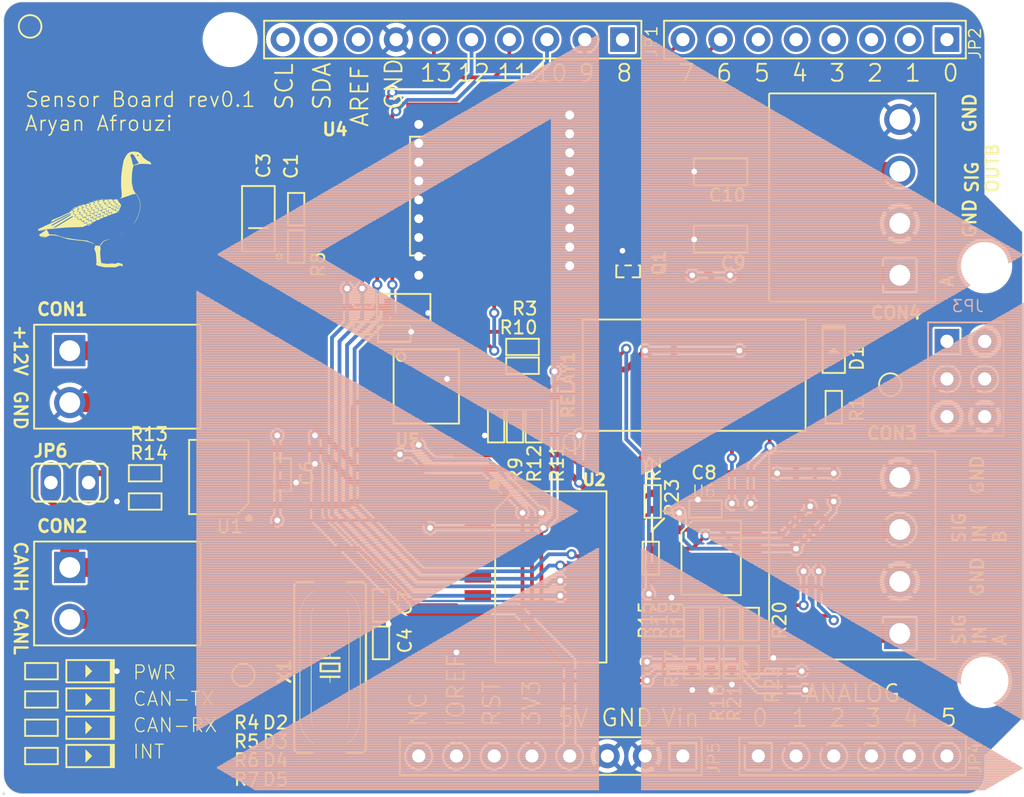
<source format=kicad_pcb>
(kicad_pcb (version 20221018) (generator pcbnew)
  (layers (0 "F.Cu" signal) (31 "B.Cu" signal) (34 "B.Paste" user) (35 "F.Paste" user) (36 "B.SilkS" user "B.Silkscreen") (37 "F.SilkS" user "F.Silkscreen") (38 "B.Mask" user) (39 "F.Mask" user) (44 "Edge.Cuts" user))
  (net 0 "")
  (net 1 "GND")
  (net 2 "CANH")
  (net 3 "TX_CAN")
  (net 4 "RX_CAN")
  (net 5 "ADC1")
  (net 6 "IO0")
  (net 7 "VIN")
  (net 8 "N$16")
  (net 9 "N$17")
  (net 10 "CANL")
  (net 11 "RST_N")
  (net 12 "ADC0")
  (net 13 "IO1")
  (net 14 "V+")
  (net 15 "ADC5")
  (net 16 "ADC2")
  (net 17 "ADC3")
  (net 18 "RST")
  (net 19 "REF")
  (net 20 "IO5")
  (net 21 "ADC7")
  (net 22 "ADC6")
  (net 23 "IO3")
  (net 24 "IO4")
  (net 25 "IO8")
  (net 26 "ADC4")
  (net 27 "MISO_A")
  (net 28 "MISO_B")
  (net 29 "MOSI_A")
  (net 30 "MOSI_B")
  (net 31 "SCK_A")
  (net 32 "SCK_B")
  (net 33 "CS_B")
  (net 34 "CS_A")
  (net 35 "+5V")
  (net 36 "N$3")
  (net 37 "SIGNAL_OUTPUT_B")
  (net 38 "SPOOF_SIGNAL_B")
  (net 39 "SPOOF_SIGNAL_A")
  (net 40 "SIGNAL_OUTPUT_A")
  (net 41 "SIGNAL_INPUT_A")
  (net 42 "SIGNAL_INPUT_B")
  (net 43 "LDAC")
  (net 44 "SHDN")
  (net 45 "+3V3")
  (net 46 "N$7")
  (net 47 "N$4")
  (net 48 "N$6")
  (net 49 "N$1")
  (net 50 "N$5")
  (net 51 "N$8")
  (net 52 "N$2")
  (net 53 "N$9")
  (net 54 "N$10")
  (net 55 "IO2")
  (net 56 "INT")
  (net 57 "SPOOF_EN")
  (net 58 "N$11")
  (net 59 "N$12")
  (net 60 "N$13")
  (footprint "LOGO" (layer "F.Cu") (at 120.402341 92.243785)
    (fp_text reference "G***" hide)
    (fp_text value "LOGO" hide)
  )
  (footprint "ARDUINO_JP1" (layer "F.Cu") (at 114.28075 131.60395)
    (fp_text reference "JP1" hide)
    (fp_text value "ARDUINO_JP1" hide)
  )
  (footprint "HC49UP" (layer "F.Cu") (at 136.25175 123.09495 90)
    (fp_text reference "X1")
    (fp_text value "16MHz")
  )
  (footprint "R0402" (layer "F.Cu") (at 148.69775 106.83895 -90)
    (fp_text reference "R12")
    (fp_text value "DNP" hide)
  )
  (footprint "CP1206" (layer "F.Cu") (at 131.42575 92.86895 90)
    (fp_text reference "C3")
    (fp_text value "33u" hide)
  )
  (footprint "SOIC-8" (layer "F.Cu") (at 161.90575 115.72895 -90)
    (fp_text reference "U6")
    (fp_text value "SN74CBT3306CD")
  )
  (footprint "ARDUINO_JP3" (layer "F.Cu") (at 114.28075 131.60395)
    (fp_text reference "JP3" hide)
    (fp_text value "ARDUINO_JP3" hide)
  )
  (footprint "LED0603" (layer "F.Cu") (at 119.99575 129.06395 180)
    (fp_text reference "D5")
    (fp_text value "Blue" hide)
  )
  (footprint "R0402" (layer "F.Cu") (at 170.16075 105.56895 -90)
    (fp_text reference "R1")
    (fp_text value "1k" hide)
  )
  (footprint "TSSOP-14" (layer "F.Cu") (at 142.72875 104.17195)
    (fp_text reference "U5")
    (fp_text value "MCP4922T" hide)
  )
  (footprint "KEMET_EE2" (layer "F.Cu") (at 160.76275 103.40995)
    (fp_text reference "RELAY1")
    (fp_text value "RELAY_DPDT" hide)
  )
  (footprint "R0402" (layer "F.Cu") (at 161.90575 120.17395 -90)
    (fp_text reference "R16")
    (fp_text value "0" hide)
  )
  (footprint "POLYSYNC_STEERING_BOT" (layer "F.Cu") (at 114.78875 131.34995)
    (fp_text reference "U$1" hide)
    (fp_text value "" hide)
  )
  (footprint "TP_4545" (layer "F.Cu") (at 173.97075 104.04495)
    (fp_text reference "TP2" hide)
    (fp_text value "" hide)
  )
  (footprint "ARDUINO_JP4" (layer "F.Cu") (at 114.28075 131.60395)
    (fp_text reference "JP4" hide)
    (fp_text value "ARDUINO_JP4" hide)
  )
  (footprint "R0402" (layer "F.Cu") (at 149.20575 101.50495 180)
    (fp_text reference "R3")
    (fp_text value "0" hide)
  )
  (footprint "R0402" (layer "F.Cu") (at 164.57275 122.71395 -90)
    (fp_text reference "R22")
    (fp_text value "DNP" hide)
  )
  (footprint "C0402" (layer "F.Cu") (at 161.52475 112.42695 180)
    (fp_text reference "C8")
    (fp_text value ".1u" hide)
  )
  (footprint "C0402" (layer "F.Cu") (at 133.96575 92.23395 90)
    (fp_text reference "C1")
    (fp_text value ".1u" hide)
  )
  (footprint "R0402" (layer "F.Cu") (at 149.96775 106.83895 90)
    (fp_text reference "R11")
    (fp_text value "10k" hide)
  )
  (footprint "SOIC18" (layer "F.Cu") (at 151.11075 116.99895 -90)
    (fp_text reference "U2")
    (fp_text value "MCP2515")
  )
  (footprint "R0402" (layer "F.Cu") (at 123.80575 111.91895 180)
    (fp_text reference "R14")
    (fp_text value "47k" hide)
  )
  (footprint "R0402" (layer "F.Cu") (at 163.30275 122.71395 -90)
    (fp_text reference "R21")
    (fp_text value "DNP" hide)
  )
  (footprint "PHOENIX_2_45" (layer "F.Cu") (at 118.72575 116.36395 -90)
    (fp_text reference "CON2")
    (fp_text value "CON23.5MM" hide)
  )
  (footprint "R0402" (layer "F.Cu") (at 116.82075 129.06395 180)
    (fp_text reference "R7")
    (fp_text value "1k" hide)
  )
  (footprint "R0402" (layer "F.Cu") (at 149.20575 102.77495 180)
    (fp_text reference "R10")
    (fp_text value "DNP" hide)
  )
  (footprint "LED0603" (layer "F.Cu") (at 170.16075 101.75895 -90)
    (fp_text reference "D1")
    (fp_text value "Red" hide)
  )
  (footprint "LED0603" (layer "F.Cu") (at 119.99575 125.25395 180)
    (fp_text reference "D3")
    (fp_text value "Green" hide)
  )
  (footprint "PHOENIX_4_45" (layer "F.Cu") (at 174.60575 120.80895 90)
    (fp_text reference "CON3")
    (fp_text value "" hide)
  )
  (footprint "LED0603" (layer "F.Cu") (at 119.99575 123.34895 180)
    (fp_text reference "D2")
    (fp_text value "Green" hide)
  )
  (footprint "C0805" (layer "F.Cu") (at 141.20475 98.83795)
    (fp_text reference "C5")
    (fp_text value "10u" hide)
  )
  (footprint "R0402" (layer "F.Cu") (at 133.96575 94.77395 -90)
    (fp_text reference "R8")
    (fp_text value ".3" hide)
  )
  (footprint "C0402" (layer "F.Cu") (at 133.07675 110.14095 -90)
    (fp_text reference "C6")
    (fp_text value ".1u" hide)
  )
  (footprint "C0402" (layer "F.Cu") (at 139.68075 118.90395 90)
    (fp_text reference "C7")
    (fp_text value "22p" hide)
  )
  (footprint "R0402" (layer "F.Cu") (at 157.96875 111.91895 -90)
    (fp_text reference "R2")
    (fp_text value "10k" hide)
  )
  (footprint "C0402" (layer "F.Cu") (at 139.68075 121.44395 -90)
    (fp_text reference "C4")
    (fp_text value "22p" hide)
  )
  (footprint "R0402" (layer "F.Cu") (at 116.82075 125.25395 180)
    (fp_text reference "R5")
    (fp_text value "1k" hide)
  )
  (footprint "R0402" (layer "F.Cu") (at 157.84175 115.72895 -90)
    (fp_text reference "R23")
    (fp_text value "10k" hide)
  )
  (footprint "R0402" (layer "F.Cu") (at 123.80575 110.01395 180)
    (fp_text reference "R13")
    (fp_text value "120" hide)
  )
  (footprint "ARDUINO_JP5" (layer "F.Cu") (at 114.28075 131.60395)
    (fp_text reference "JP5" hide)
    (fp_text value "ARDUINO_JP5" hide)
  )
  (footprint "R0402" (layer "F.Cu") (at 147.42775 106.83895 -90)
    (fp_text reference "R9")
    (fp_text value "10k" hide)
  )
  (footprint "R0402" (layer "F.Cu") (at 164.57275 120.17395 -90)
    (fp_text reference "R20")
    (fp_text value "0" hide)
  )
  (footprint "ARDUINO_JP2" (layer "F.Cu") (at 114.28075 131.60395)
    (fp_text reference "JP2" hide)
    (fp_text value "ARDUINO_JP2" hide)
  )
  (footprint "R0402" (layer "F.Cu") (at 161.90575 122.71395 -90)
    (fp_text reference "R18")
    (fp_text value "10k" hide)
  )
  (footprint "LED0603" (layer "F.Cu") (at 119.99575 127.15895 180)
    (fp_text reference "D4")
    (fp_text value "Red" hide)
  )
  (footprint "EMT3F" (layer "F.Cu") (at 156.31775 95.91695 180)
    (fp_text reference "Q1")
    (fp_text value "RE1C002UN" hide)
  )
  (footprint "R0402" (layer "F.Cu") (at 116.82075 127.15895 180)
    (fp_text reference "R6")
    (fp_text value "1k" hide)
  )
  (footprint "C0805" (layer "F.Cu") (at 162.54075 94.26595 180)
    (fp_text reference "C9")
    (fp_text value "10u" hide)
  )
  (footprint "PHOENIX_4_45" (layer "F.Cu") (at 174.60575 96.67895 90)
    (fp_text reference "CON4")
    (fp_text value "" hide)
  )
  (footprint "TP_4545" (layer "F.Cu") (at 116.05875 79.91495)
    (fp_text reference "TP3" hide)
    (fp_text value "" hide)
  )
  (footprint "R0402" (layer "F.Cu") (at 163.30275 120.17395 -90)
    (fp_text reference "R19")
    (fp_text value "0" hide)
  )
  (footprint "PHOENIX_2_45" (layer "F.Cu") (at 118.72575 101.75895 -90)
    (fp_text reference "CON1")
    (fp_text value "CON23.5MM" hide)
  )
  (footprint "R0402" (layer "F.Cu") (at 160.63575 120.17395 -90)
    (fp_text reference "R15")
    (fp_text value "0" hide)
  )
  (footprint "TO-263" (layer "F.Cu") (at 136.63275 91.34495 -90)
    (fp_text reference "U4")
    (fp_text value "TL750M" hide)
  )
  (footprint "TP_4545" (layer "F.Cu") (at 130.40975 123.60295)
    (fp_text reference "TP1" hide)
    (fp_text value "" hide)
  )
  (footprint "R0402" (layer "F.Cu") (at 116.82075 123.34895 180)
    (fp_text reference "R4")
    (fp_text value "1k" hide)
  )
  (footprint "C0402" (layer "F.Cu") (at 140.56975 100.61595)
    (fp_text reference "C2")
    (fp_text value ".1u" hide)
  )
  (footprint "JP1" (layer "F.Cu") (at 118.72575 110.64895 -90)
    (fp_text reference "JP6")
    (fp_text value "")
  )
  (footprint "R0402" (layer "F.Cu") (at 160.63575 122.71395 -90)
    (fp_text reference "R17")
    (fp_text value "10k" hide)
  )
  (footprint "C0805" (layer "F.Cu") (at 162.54075 89.69395 180)
    (fp_text reference "C10")
    (fp_text value "10u" hide)
  )
  (footprint "SOIC8-6.0" (layer "F.Cu") (at 128.75875 110.26795 90)
    (fp_text reference "U1")
    (fp_text value "MCP2551")
  )
  (gr_line (start 157.96875 114.58595) (end 157.96875 113.82395) (stroke (width 0.1524)) (layer "F.SilkS"))
  (gr_line (start 157.96875 113.82395) (end 158.73075 113.06195) (stroke (width 0.1524)) (layer "F.SilkS"))
  (gr_arc (start 115.55075 131.60395) (mid 114.652724 131.231976) (end 114.28075 130.33395) (stroke (width 0.0254)) (layer "Edge.Cuts"))
  (gr_line (start 114.28075 131.47695) (end 114.28075 131.73095) (stroke (width 0.05)) (layer "Edge.Cuts"))
  (gr_arc (start 114.28075 79.53395) (mid 114.652724 78.635924) (end 115.55075 78.26395) (stroke (width 0.0254)) (layer "Edge.Cuts"))
  (gr_arc (start 180.32075 130.33395) (mid 179.948776 131.231976) (end 179.05075 131.60395) (stroke (width 0.0254)) (layer "Edge.Cuts"))
  (gr_line (start 182.86075 93.75795) (end 180.32075 91.21795) (stroke (width 0.0254)) (layer "Edge.Cuts"))
  (gr_line (start 180.32075 91.21795) (end 180.32075 80.80395) (stroke (width 0.0254)) (layer "Edge.Cuts"))
  (gr_line (start 180.32075 129.06395) (end 180.32075 130.33395) (stroke (width 0.0254)) (layer "Edge.Cuts"))
  (gr_arc (start 177.78075 78.26395) (mid 179.576801 79.007899) (end 180.32075 80.80395) (stroke (width 0.0254)) (layer "Edge.Cuts"))
  (gr_line (start 114.15375 131.60395) (end 114.40775 131.60395) (stroke (width 0.05)) (layer "Edge.Cuts"))
  (gr_line (start 182.86075 93.75795) (end 182.86075 126.52395) (stroke (width 0.0254)) (layer "Edge.Cuts"))
  (gr_line (start 177.78075 78.26395) (end 115.55075 78.26395) (stroke (width 0.0254)) (layer "Edge.Cuts"))
  (gr_arc (start 180.32075 130.33395) (mid 179.948776 131.231976) (end 179.05075 131.60395) (stroke (width 0.0254)) (layer "Edge.Cuts"))
  (gr_line (start 115.55075 131.60395) (end 179.05075 131.60395) (stroke (width 0.0254)) (layer "Edge.Cuts"))
  (gr_arc (start 115.55075 131.60395) (mid 114.652724 131.231976) (end 114.28075 130.33395) (stroke (width 0.0254)) (layer "Edge.Cuts"))
  (gr_arc (start 180.32075 130.33395) (mid 179.948776 131.231976) (end 179.05075 131.60395) (stroke (width 0.0254)) (layer "Edge.Cuts"))
  (gr_line (start 114.28075 79.53395) (end 114.28075 130.33395) (stroke (width 0.0254)) (layer "Edge.Cuts"))
  (gr_line (start 180.32075 129.06395) (end 182.86075 126.52395) (stroke (width 0.0254)) (layer "Edge.Cuts"))
  (gr_arc (start 177.78075 78.26395) (mid 179.576801 79.007899) (end 180.32075 80.80395) (stroke (width 0.0254)) (layer "Edge.Cuts"))
  (gr_arc (start 177.78075 78.26395) (mid 179.576801 79.007899) (end 180.32075 80.80395) (stroke (width 0.0254)) (layer "Edge.Cuts"))
  (gr_arc (start 115.55075 131.60395) (mid 114.652724 131.231976) (end 114.28075 130.33395) (stroke (width 0.0254)) (layer "Edge.Cuts"))
  (gr_arc (start 180.32075 130.33395) (mid 179.948776 131.231976) (end 179.05075 131.60395) (stroke (width 0.0254)) (layer "Edge.Cuts"))
  (gr_arc (start 114.28075 79.53395) (mid 114.652724 78.635924) (end 115.55075 78.26395) (stroke (width 0.0254)) (layer "Edge.Cuts"))
  (gr_arc (start 115.55075 131.60395) (mid 114.652724 131.231976) (end 114.28075 130.33395) (stroke (width 0.0254)) (layer "Edge.Cuts"))
  (gr_arc (start 114.28075 79.53395) (mid 114.652724 78.635924) (end 115.55075 78.26395) (stroke (width 0.0254)) (layer "Edge.Cuts"))
  (gr_text "SIG\nOUTB\n" (at 181.33675 91.21795 90) (layer "F.SilkS") (effects (font (size 0.85344 0.85344) (thickness 0.16256)) (justify left bottom)))
  (gr_text "CAN-RX" (at 122.91675 127.53995) (layer "F.SilkS") (effects (font (size 0.93472 0.93472) (thickness 0.08128)) (justify left bottom)))
  (gr_text "GND" (at 179.81275 94.26595 90) (layer "F.SilkS") (effects (font (size 0.85344 0.85344) (thickness 0.16256)) (justify left bottom)))
  (gr_text "GND" (at 179.81275 87.15395 90) (layer "F.SilkS") (effects (font (size 0.85344 0.85344) (thickness 0.16256)) (justify left bottom)))
  (gr_text "GND" (at 180.32075 118.39595 90) (layer "F.SilkS") (effects (font (size 0.85344 0.85344) (thickness 0.16256)) (justify left bottom)))
  (gr_text "CANL" (at 114.91575 118.96745 270) (layer "F.SilkS") (effects (font (size 0.85344 0.85344) (thickness 0.16256)) (justify left bottom)))
  (gr_text "A" (at 178.28875 97.56795 90) (layer "F.SilkS") (effects (font (size 0.85344 0.85344) (thickness 0.16256)) (justify left bottom)))
  (gr_text "+12V" (at 114.91575 99.91745 270) (layer "F.SilkS") (effects (font (size 0.85344 0.85344) (thickness 0.16256)) (justify left bottom)))
  (gr_text "PWR" (at 122.91675 123.98395) (layer "F.SilkS") (effects (font (size 0.93472 0.93472) (thickness 0.08128)) (justify left bottom)))
  (gr_text "GND" (at 114.91575 104.36245 270) (layer "F.SilkS") (effects (font (size 0.85344 0.85344) (thickness 0.16256)) (justify left bottom)))
  (gr_text "CANH" (at 114.91575 114.52245 270) (layer "F.SilkS") (effects (font (size 0.85344 0.85344) (thickness 0.16256)) (justify left bottom)))
  (gr_text "INT" (at 122.91675 129.31795) (layer "F.SilkS") (effects (font (size 0.93472 0.93472) (thickness 0.08128)) (justify left bottom)))
  (gr_text "GND" (at 180.32075 111.53795 90) (layer "F.SilkS") (effects (font (size 0.85344 0.85344) (thickness 0.16256)) (justify left bottom)))
  (gr_text "SIG\nIN\nA" (at 181.84475 121.69795 90) (layer "F.SilkS") (effects (font (size 0.85344 0.85344) (thickness 0.16256)) (justify left bottom)))
  (gr_text "CAN-TX" (at 122.91675 125.76195) (layer "F.SilkS") (effects (font (size 0.93472 0.93472) (thickness 0.08128)) (justify left bottom)))
  (gr_text "Sensor Board rev0.1\nAryan Afrouzi" (at 115.642917 87.035358) (layer "F.SilkS") (effects (font (size 1 1) (thickness 0.1)) (justify left bottom)))
  (gr_text "SIG\nIN\nB" (at 181.84475 114.83995 90) (layer "F.SilkS") (effects (font (size 0.85344 0.85344) (thickness 0.16256)) (justify left bottom)))
  (segment (start 161.90575 123.26395) (end 161.90575 124.61895) (width 0.254) (layer "F.Cu") (net 1))
  (segment (start 138.15675 115.09395) (end 141.96675 118.90395) (width 0.254) (layer "F.Cu") (net 1))
  (segment (start 133.96575 91.68395) (end 133.96575 91.34495) (width 0.254) (layer "F.Cu") (net 1))
  (segment (start 159.20575 118.36295) (end 159.23875 118.39595) (width 0.4064) (layer "F.Cu") (net 1))
  (segment (start 144.76075 122.07895) (end 144.63375 122.07895) (width 0.254) (layer "F.Cu") (net 1))
  (segment (start 132.86475 110.90295) (end 133.07675 110.69095) (width 0.4064) (layer "F.Cu") (net 1))
  (segment (start 139.68075 120.68195) (end 140.18875 120.17395) (width 0.254) (layer "F.Cu") (net 1))
  (segment (start 128.25075 92.86895) (end 129.70075 91.41895) (width 1.016) (layer "F.Cu") (net 1))
  (segment (start 139.68075 120.89395) (end 139.68075 120.68195) (width 0.254) (layer "F.Cu") (net 1))
  (segment (start 118.72575 105.25895) (end 123.48075 105.25895) (width 1.27) (layer "F.Cu") (net 1))
  (segment (start 141.96675 118.90395) (end 144.76075 118.90395) (width 0.254) (layer "F.Cu") (net 1))
  (segment (start 142.47475 98.83795) (end 142.85575 99.21895) (width 0.4064) (layer "F.Cu") (net 1))
  (segment (start 144.63375 122.07895) (end 143.99875 121.44395) (width 0.254) (layer "F.Cu") (net 1))
  (segment (start 120.74575 123.34895) (end 121.90075 123.34895) (width 0.254) (layer "F.Cu") (net 1))
  (segment (start 161.59075 89.69395) (end 160.76275 89.69395) (width 0.4064) (layer "F.Cu") (net 1))
  (segment (start 140.69675 122.71395) (end 139.93475 122.71395) (width 0.254) (layer "F.Cu") (net 1))
  (segment (start 155.81775 95.14695) (end 155.93675 95.02795) (width 0.254) (layer "F.Cu") (net 1))
  (segment (start 131.45875 110.90295) (end 132.86475 110.90295) (width 0.4064) (layer "F.Cu") (net 1))
  (segment (start 145.67875 103.52195) (end 144.26775 103.52195) (width 0.4064) (layer "F.Cu") (net 1))
  (segment (start 161.59075 94.26595) (end 160.76275 94.26595) (width 0.4064) (layer "F.Cu") (net 1))
  (segment (start 160.63575 123.26395) (end 160.63575 124.61895) (width 0.254) (layer "F.Cu") (net 1))
  (segment (start 134.34675 131.09595) (end 133.58475 130.33395) (width 0.254) (layer "F.Cu") (net 1))
  (segment (start 128.25075 100.48895) (end 128.25075 92.86895) (width 1.016) (layer "F.Cu") (net 1))
  (segment (start 142.15475 98.83795) (end 142.47475 98.83795) (width 0.4064) (layer "F.Cu") (net 1))
  (segment (start 139.42675 130.07995) (end 138.41075 131.09595) (width 0.254) (layer "F.Cu") (net 1))
  (segment (start 146.19585 122.07895) (end 144.76075 122.07895) (width 0.4064) (layer "F.Cu") (net 1))
  (segment (start 141.11975 100.61595) (end 141.58575 100.61595) (width 0.4064) (layer "F.Cu") (net 1))
  (segment (start 157.84175 116.27895) (end 157.84175 117.25295) (width 0.254) (layer "F.Cu") (net 1))
  (segment (start 141.58575 100.61595) (end 141.71275 100.48895) (width 0.4064) (layer "F.Cu") (net 1))
  (segment (start 160.97475 111.83395) (end 161.01675 111.79195) (width 0.254) (layer "F.Cu") (net 1))
  (segment (start 146.75075 107.38895) (end 146.66575 107.47395) (width 0.254) (layer "F.Cu") (net 1))
  (segment (start 143.99875 121.44395) (end 141.96675 121.44395) (width 0.254) (layer "F.Cu") (net 1))
  (segment (start 133.92375 110.69095) (end 133.96575 110.64895) (width 0.254) (layer "F.Cu") (net 1))
  (segment (start 138.41075 131.09595) (end 134.34675 131.09595) (width 0.254) (layer "F.Cu") (net 1))
  (segment (start 123.25575 111.91895) (end 121.90075 111.91895) (width 0.4064) (layer "F.Cu") (net 1))
  (segment (start 158.22275 117.63395) (end 159.20575 117.63395) (width 0.254) (layer "F.Cu") (net 1))
  (segment (start 139.68075 119.66595) (end 140.18875 120.17395) (width 0.254) (layer "F.Cu") (net 1))
  (segment (start 136.63275 91.34495) (end 133.96575 91.34495) (width 1.016) (layer "F.Cu") (net 1))
  (segment (start 123.48075 105.25895) (end 128.25075 100.48895) (width 1.016) (layer "F.Cu") (net 1))
  (segment (start 163.30275 123.26395) (end 163.30275 124.23795) (width 0.254) (layer "F.Cu") (net 1))
  (segment (start 155.81775 95.91695) (end 155.81775 95.14695) (width 0.254) (layer "F.Cu") (net 1))
  (segment (start 133.58475 130.33395) (end 133.58475 116.61795) (width 0.254) (layer "F.Cu") (net 1))
  (segment (start 133.07675 110.69095) (end 133.92375 110.69095) (width 0.4064) (layer "F.Cu") (net 1))
  (segment (start 139.93475 122.71395) (end 139.42675 123.22195) (width 0.254) (layer "F.Cu") (net 1))
  (segment (start 131.49975 91.34495) (end 131.42575 91.41895) (width 1.016) (layer "F.Cu") (net 1))
  (segment (start 135.10875 115.09395) (end 138.15675 115.09395) (width 0.254) (layer "F.Cu") (net 1))
  (segment (start 164.57275 123.26395) (end 165.29275 123.26395) (width 0.254) (layer "F.Cu") (net 1))
  (segment (start 133.58475 116.61795) (end 135.10875 115.09395) (width 0.254) (layer "F.Cu") (net 1))
  (segment (start 139.42675 123.22195) (end 139.42675 130.07995) (width 0.254) (layer "F.Cu") (net 1))
  (segment (start 141.96675 121.44395) (end 140.69675 122.71395) (width 0.254) (layer "F.Cu") (net 1))
  (segment (start 165.29275 123.26395) (end 166.09675 122.45995) (width 0.254) (layer "F.Cu") (net 1))
  (segment (start 139.68075 119.45395) (end 139.68075 119.66595) (width 0.254) (layer "F.Cu") (net 1))
  (segment (start 131.42575 91.41895) (end 129.70075 91.41895) (width 1.016) (layer "F.Cu") (net 1))
  (segment (start 160.97475 112.42695) (end 160.97475 111.83395) (width 0.254) (layer "F.Cu") (net 1))
  (segment (start 133.96575 91.34495) (end 131.49975 91.34495) (width 1.016) (layer "F.Cu") (net 1))
  (segment (start 144.26775 103.52195) (end 144.12575 103.66395) (width 0.4064) (layer "F.Cu") (net 1))
  (segment (start 147.42775 107.38895) (end 146.75075 107.38895) (width 0.254) (layer "F.Cu") (net 1))
  (segment (start 148.69775 107.38895) (end 147.42775 107.38895) (width 0.254) (layer "F.Cu") (net 1))
  (segment (start 157.84175 117.25295) (end 158.22275 117.63395) (width 0.254) (layer "F.Cu") (net 1))
  (segment (start 159.20575 117.63395) (end 159.20575 118.36295) (width 0.4064) (layer "F.Cu") (net 1))
  (via (at 142.22075 90.32895) (size 0.9048) (drill 0.6) (layers "F.Cu" "B.Cu") (net 1))
  (via (at 152.38075 94.77395) (size 0.9048) (drill 0.6) (layers "F.Cu" "B.Cu") (net 1))
  (via (at 152.38075 92.23395) (size 0.9048) (drill 0.6) (layers "F.Cu" "B.Cu") (net 1))
  (via (at 142.85575 99.21895) (size 0.6858) (drill 0.381) (layers "F.Cu" "B.Cu") (net 1))
  (via (at 159.23875 118.39595) (size 0.6858) (drill 0.381) (layers "F.Cu" "B.Cu") (net 1))
  (via (at 152.38075 96.04395) (size 0.9048) (drill 0.6) (layers "F.Cu" "B.Cu") (net 1))
  (via (at 142.22075 95.40895) (size 0.9048) (drill 0.6) (layers "F.Cu" "B.Cu") (net 1))
  (via (at 152.38075 93.50395) (size 0.9048) (drill 0.6) (layers "F.Cu" "B.Cu") (net 1))
  (via (at 142.22075 92.86895) (size 0.9048) (drill 0.6) (layers "F.Cu" "B.Cu") (net 1))
  (via (at 166.09675 122.45995) (size 0.6858) (drill 0.381) (layers "F.Cu" "B.Cu") (net 1))
  (via (at 144.12575 103.66395) (size 0.6858) (drill 0.381) (layers "F.Cu" "B.Cu") (net 1))
  (via (at 155.93675 95.02795) (size 0.6858) (drill 0.381) (layers "F.Cu" "B.Cu") (net 1))
  (via (at 133.96575 110.64895) (size 0.6858) (drill 0.381) (layers "F.Cu" "B.Cu") (net 1))
  (via (at 142.22075 89.05895) (size 0.9048) (drill 0.6) (layers "F.Cu" "B.Cu") (net 1))
  (via (at 121.90075 111.91895) (size 0.6858) (drill 0.381) (layers "F.Cu" "B.Cu") (net 1))
  (via (at 160.76275 94.26595) (size 0.6858) (drill 0.381) (layers "F.Cu" "B.Cu") (net 1))
  (via (at 160.63575 124.61895) (size 0.6858) (drill 0.381) (layers "F.Cu" "B.Cu") (net 1))
  (via (at 142.22075 94.13895) (size 0.9048) (drill 0.6) (layers "F.Cu" "B.Cu") (net 1))
  (via (at 152.38075 89.69395) (size 0.9048) (drill 0.6) (layers "F.Cu" "B.Cu") (net 1))
  (via (at 142.22075 86.51895) (size 0.9048) (drill 0.6) (layers "F.Cu" "B.Cu") (net 1))
  (via (at 161.90575 124.61895) (size 0.6858) (drill 0.381) (layers "F.Cu" "B.Cu") (net 1))
  (via (at 144.76075 122.07895) (size 0.6858) (drill 0.381) (layers "F.Cu" "B.Cu") (net 1))
  (via (at 152.38075 88.42395) (size 0.9048) (drill 0.6) (layers "F.Cu" "B.Cu") (net 1))
  (via (at 142.22075 96.67895) (size 0.9048) (drill 0.6) (layers "F.Cu" "B.Cu") (net 1))
  (via (at 152.38075 85.88395) (size 0.9048) (drill 0.6) (layers "F.Cu" "B.Cu") (net 1))
  (via (at 121.90075 123.34895) (size 0.6858) (drill 0.381) (layers "F.Cu" "B.Cu") (net 1))
  (via (at 141.71275 100.48895) (size 0.6858) (drill 0.381) (layers "F.Cu" "B.Cu") (net 1))
  (via (at 163.30275 124.23795) (size 0.6858) (drill 0.381) (layers "F.Cu" "B.Cu") (net 1))
  (via (at 142.22075 87.78895) (size 0.9048) (drill 0.6) (layers "F.Cu" "B.Cu") (net 1))
  (via (at 160.76275 89.69395) (size 0.6858) (drill 0.381) (layers "F.Cu" "B.Cu") (net 1))
  (via (at 161.01675 111.79195) (size 0.6858) (drill 0.381) (layers "F.Cu" "B.Cu") (net 1))
  (via (at 146.66575 107.47395) (size 0.6858) (drill 0.381) (layers "F.Cu" "B.Cu") (net 1))
  (via (at 142.22075 91.59895) (size 0.9048) (drill 0.6) (layers "F.Cu" "B.Cu") (net 1))
  (via (at 152.38075 87.15395) (size 0.9048) (drill 0.6) (layers "F.Cu" "B.Cu") (net 1))
  (via (at 152.38075 90.96395) (size 0.9048) (drill 0.6) (layers "F.Cu" "B.Cu") (net 1))
  (via (at 140.18875 120.17395) (size 0.6858) (drill 0.381) (layers "F.Cu" "B.Cu") (net 1))
  (segment (start 118.72575 116.36395) (end 125.96475 116.36395) (width 1.27) (layer "F.Cu") (net 2))
  (segment (start 118.72575 113.18895) (end 118.72575 116.36395) (width 1.27) (layer "F.Cu") (net 2))
  (segment (start 126.05875 110.90295) (end 126.85375 110.90295) (width 0.4064) (layer "F.Cu") (net 2))
  (segment (start 117.45575 110.64895) (end 117.45575 111.91895) (width 0.4064) (layer "F.Cu") (net 2))
  (segment (start 125.96475 116.36395) (end 126.21875 116.10995) (width 1.27) (layer "F.Cu") (net 2))
  (segment (start 126.21875 116.10995) (end 127.86975 114.45895) (width 0.4064) (layer "F.Cu") (net 2))
  (segment (start 126.21875 116.10995) (end 125.96475 116.36395) (width 0.4064) (layer "F.Cu") (net 2))
  (segment (start 127.86975 111.91895) (end 127.86975 114.45895) (width 0.4064) (layer "F.Cu") (net 2))
  (segment (start 126.85375 110.90295) (end 127.86975 111.91895) (width 0.4064) (layer "F.Cu") (net 2))
  (segment (start 117.45575 111.91895) (end 118.72575 113.18895) (width 0.4064) (layer "F.Cu") (net 2))
  (segment (start 120.74575 125.25395) (end 123.17075 125.25395) (width 0.254) (layer "F.Cu") (net 3))
  (segment (start 123.17075 125.25395) (end 131.45875 116.96595) (width 0.254) (layer "F.Cu") (net 3))
  (segment (start 131.45875 112.17295) (end 131.45875 116.96595) (width 0.254) (layer "F.Cu") (net 3))
  (segment (start 137.52175 112.17295) (end 137.77575 111.91895) (width 0.4064) (layer "F.Cu") (net 3))
  (segment (start 131.45875 112.17295) (end 137.52175 112.17295) (width 0.4064) (layer "F.Cu") (net 3))
  (segment (start 137.77575 111.91895) (end 146.19585 111.91895) (width 0.4064) (layer "F.Cu") (net 3))
  (segment (start 122.02775 127.15895) (end 132.06075 117.12595) (width 0.254) (layer "F.Cu") (net 4))
  (segment (start 147.42775 113.18895) (end 148.06275 112.55395) (width 0.4064) (layer "F.Cu") (net 4))
  (segment (start 132.06075 117.12595) (end 132.06075 113.82395) (width 0.254) (layer "F.Cu") (net 4))
  (segment (start 146.19585 113.18895) (end 147.42775 113.18895) (width 0.4064) (layer "F.Cu") (net 4))
  (segment (start 148.06275 111.28395) (end 147.42775 110.64895) (width 0.4064) (layer "F.Cu") (net 4))
  (segment (start 137.77575 110.64895) (end 135.48975 108.36295) (width 0.4064) (layer "F.Cu") (net 4))
  (segment (start 132.69575 107.47395) (end 132.69575 108.36295) (width 0.254) (layer "F.Cu") (net 4))
  (segment (start 148.06275 112.55395) (end 148.06275 111.28395) (width 0.4064) (layer "F.Cu") (net 4))
  (segment (start 131.45875 108.36295) (end 132.69575 108.36295) (width 0.4064) (layer "F.Cu") (net 4))
  (segment (start 132.69575 108.36295) (end 135.48975 108.36295) (width 0.4064) (layer "F.Cu") (net 4))
  (segment (start 147.42775 110.64895) (end 137.77575 110.64895) (width 0.4064) (layer "F.Cu") (net 4))
  (segment (start 132.06075 113.82395) (end 132.69575 113.18895) (width 0.254) (layer "F.Cu") (net 4))
  (segment (start 120.74575 127.15895) (end 122.02775 127.15895) (width 0.254) (layer "F.Cu") (net 4))
  (via (at 132.69575 107.47395) (size 0.6858) (drill 0.381) (layers "F.Cu" "B.Cu") (net 4))
  (via (at 132.69575 113.18895) (size 0.6858) (drill 0.381) (layers "F.Cu" "B.Cu") (net 4))
  (segment (start 132.69575 113.18895) (end 132.69575 107.47395) (width 0.254) (layer "B.Cu") (net 4))
  (segment (start 165.33475 127.53995) (end 166.09675 127.53995) (width 0.254) (layer "F.Cu") (net 5))
  (segment (start 161.90575 122.16395) (end 161.99075 122.16395) (width 0.254) (layer "F.Cu") (net 5))
  (segment (start 161.90575 122.16395) (end 161.90575 120.72395) (width 0.254) (layer "F.Cu") (net 5))
  (segment (start 162.54075 124.74595) (end 165.33475 127.53995) (width 0.254) (layer "F.Cu") (net 5))
  (segment (start 166.09675 127.53995) (end 167.62075 129.06395) (width 0.254) (layer "F.Cu") (net 5))
  (segment (start 161.99075 122.16395) (end 162.54075 122.71395) (width 0.254) (layer "F.Cu") (net 5))
  (segment (start 162.54075 122.71395) (end 162.54075 124.74595) (width 0.254) (layer "F.Cu") (net 5))
  (segment (start 141.58575 119.53895) (end 140.40075 118.35395) (width 0.254) (layer "F.Cu") (net 8))
  (segment (start 136.33675 118.35395) (end 136.25175 118.26895) (width 0.254) (layer "F.Cu") (net 8))
  (segment (start 139.68075 118.35395) (end 136.33675 118.35395) (width 0.254) (layer "F.Cu") (net 8))
  (segment (start 146.19585 119.53895) (end 141.58575 119.53895) (width 0.254) (layer "F.Cu") (net 8))
  (segment (start 139.68075 118.35395) (end 140.40075 118.35395) (width 0.254) (layer "F.Cu") (net 8))
  (segment (start 146.19585 120.80895) (end 141.58575 120.80895) (width 0.254) (layer "F.Cu") (net 9))
  (segment (start 141.58575 120.80895) (end 140.40075 121.99395) (width 0.254) (layer "F.Cu") (net 9))
  (segment (start 139.68075 121.99395) (end 140.40075 121.99395) (width 0.254) (layer "F.Cu") (net 9))
  (segment (start 136.25175 127.92095) (end 136.25175 124.23795) (width 0.254) (layer "F.Cu") (net 9))
  (segment (start 136.25175 124.23795) (end 138.49575 121.99395) (width 0.254) (layer "F.Cu") (net 9))
  (segment (start 139.68075 121.99395) (end 138.49575 121.99395) (width 0.254) (layer "F.Cu") (net 9))
  (segment (start 128.63175 111.53795) (end 128.63175 116.74495) (width 0.4064) (layer "F.Cu") (net 10))
  (segment (start 126.72675 109.63295) (end 128.63175 111.53795) (width 0.4064) (layer "F.Cu") (net 10))
  (segment (start 118.72575 119.86395) (end 125.51275 119.86395) (width 1.27) (layer "F.Cu") (net 10))
  (segment (start 125.51275 119.86395) (end 128.63175 116.74495) (width 0.4064) (layer "F.Cu") (net 10))
  (segment (start 126.05875 109.63295) (end 124.73675 109.63295) (width 0.4064) (layer "F.Cu") (net 10))
  (segment (start 126.05875 109.63295) (end 126.72675 109.63295) (width 0.4064) (layer "F.Cu") (net 10))
  (segment (start 124.73675 109.63295) (end 124.35575 110.01395) (width 0.4064) (layer "F.Cu") (net 10))
  (segment (start 156.02565 113.18895) (end 157.24875 113.18895) (width 0.254) (layer "F.Cu") (net 11))
  (segment (start 157.24875 113.18895) (end 157.96875 112.46895) (width 0.254) (layer "F.Cu") (net 11))
  (segment (start 161.27075 122.71395) (end 161.27075 125.25395) (width 0.254) (layer "F.Cu") (net 12))
  (segment (start 160.72075 122.16395) (end 161.27075 122.71395) (width 0.254) (layer "F.Cu") (net 12))
  (segment (start 161.27075 125.25395) (end 165.08075 129.06395) (width 0.254) (layer "F.Cu") (net 12))
  (segment (start 160.63575 122.16395) (end 160.72075 122.16395) (width 0.254) (layer "F.Cu") (net 12))
  (segment (start 160.63575 122.16395) (end 160.63575 120.72395) (width 0.254) (layer "F.Cu") (net 12))
  (segment (start 136.63275 88.80495) (end 129.13975 88.80495) (width 1.016) (layer "F.Cu") (net 14))
  (segment (start 118.72575 101.75895) (end 122.53575 101.75895) (width 1.27) (layer "F.Cu") (net 14))
  (segment (start 122.53575 101.75895) (end 125.71075 98.58395) (width 1.016) (layer "F.Cu") (net 14))
  (segment (start 125.71075 92.23395) (end 129.13975 88.80495) (width 1.016) (layer "F.Cu") (net 14))
  (segment (start 125.71075 98.58395) (end 125.71075 92.23395) (width 1.016) (layer "F.Cu") (net 14))
  (segment (start 163.93775 124.61895) (end 166.60475 127.28595) (width 0.254) (layer "F.Cu") (net 16))
  (segment (start 163.93775 122.71395) (end 163.93775 124.61895) (width 0.254) (layer "F.Cu") (net 16))
  (segment (start 163.30275 120.72395) (end 163.30275 122.16395) (width 0.254) (layer "F.Cu") (net 16))
  (segment (start 168.38275 127.28595) (end 170.16075 129.06395) (width 0.254) (layer "F.Cu") (net 16))
  (segment (start 163.38775 122.16395) (end 163.93775 122.71395) (width 0.254) (layer "F.Cu") (net 16))
  (segment (start 166.60475 127.28595) (end 168.38275 127.28595) (width 0.254) (layer "F.Cu") (net 16))
  (segment (start 163.30275 122.16395) (end 163.38775 122.16395) (width 0.254) (layer "F.Cu") (net 16))
  (segment (start 164.57275 120.72395) (end 164.57275 122.16395) (width 0.254) (layer "F.Cu") (net 17))
  (segment (start 167.87475 126.77795) (end 170.41475 126.77795) (width 0.254) (layer "F.Cu") (net 17))
  (segment (start 166.85875 121.95195) (end 166.85875 125.76195) (width 0.254) (layer "F.Cu") (net 17))
  (segment (start 165.12275 122.16395) (end 165.58875 121.69795) (width 0.254) (layer "F.Cu") (net 17))
  (segment (start 165.58875 121.69795) (end 166.60475 121.69795) (width 0.254) (layer "F.Cu") (net 17))
  (segment (start 166.85875 125.76195) (end 167.87475 126.77795) (width 0.254) (layer "F.Cu") (net 17))
  (segment (start 164.57275 122.16395) (end 165.12275 122.16395) (width 0.254) (layer "F.Cu") (net 17))
  (segment (start 166.60475 121.69795) (end 166.85875 121.95195) (width 0.254) (layer "F.Cu") (net 17))
  (segment (start 170.41475 126.77795) (end 172.70075 129.06395) (width 0.254) (layer "F.Cu") (net 17))
  (segment (start 139.42675 96.04395) (end 139.93475 95.53595) (width 0.254) (layer "F.Cu") (net 28))
  (segment (start 154.28575 116.23695) (end 154.79375 115.72895) (width 0.254) (layer "F.Cu") (net 28))
  (segment (start 139.93475 84.86795) (end 140.44275 84.35995) (width 0.254) (layer "F.Cu") (net 28))
  (segment (start 139.93475 95.53595) (end 139.93475 84.86795) (width 0.254) (layer "F.Cu") (net 28))
  (segment (start 151.74575 116.23695) (end 154.28575 116.23695) (width 0.254) (layer "F.Cu") (net 28))
  (segment (start 156.02565 115.72895) (end 154.79375 115.72895) (width 0.254) (layer "F.Cu") (net 28))
  (segment (start 139.42675 97.31395) (end 139.42675 96.04395) (width 0.254) (layer "F.Cu") (net 28))
  (via (at 151.74575 116.23695) (size 0.6858) (drill 0.381) (layers "F.Cu" "B.Cu") (net 28))
  (via (at 140.44275 84.35995) (size 0.6858) (drill 0.381) (layers "F.Cu" "B.Cu") (net 28))
  (via (at 139.42675 97.31395) (size 0.6858) (drill 0.381) (layers "F.Cu" "B.Cu") (net 28))
  (segment (start 139.42675 99.34595) (end 139.42675 97.31395) (width 0.254) (layer "B.Cu") (net 28))
  (segment (start 144.50675 84.35995) (end 145.77675 83.08995) (width 0.254) (layer "B.Cu") (net 28))
  (segment (start 150.09475 117.12595) (end 150.98375 116.23695) (width 0.254) (layer "B.Cu") (net 28))
  (segment (start 142.22075 117.12595) (end 150.09475 117.12595) (width 0.254) (layer "B.Cu") (net 28))
  (segment (start 142.22075 117.12595) (end 137.39475 112.29995) (width 0.254) (layer "B.Cu") (net 28))
  (segment (start 137.39475 112.29995) (end 137.39475 101.37795) (width 0.254) (layer "B.Cu") (net 28))
  (segment (start 145.77675 83.08995) (end 145.77675 80.80395) (width 0.254) (layer "B.Cu") (net 28))
  (segment (start 151.74575 116.23695) (end 150.98375 116.23695) (width 0.254) (layer "B.Cu") (net 28))
  (segment (start 137.39475 101.37795) (end 139.42675 99.34595) (width 0.254) (layer "B.Cu") (net 28))
  (segment (start 140.44275 84.35995) (end 144.50675 84.35995) (width 0.254) (layer "B.Cu") (net 28))
  (segment (start 137.77575 108.10895) (end 138.41075 108.74395) (width 0.254) (layer "F.Cu") (net 29))
  (segment (start 139.77875 104.82195) (end 138.52275 104.82195) (width 0.254) (layer "F.Cu") (net 29))
  (segment (start 179.05075 120.80895) (end 175.87575 123.98395) (width 0.254) (layer "F.Cu") (net 29))
  (segment (start 180.32075 103.66395) (end 179.05075 104.93395) (width 0.254) (layer "F.Cu") (net 29))
  (segment (start 149.20575 121.44395) (end 149.20575 112.68095) (width 0.254) (layer "F.Cu") (net 29))
  (segment (start 168.89075 123.98395) (end 168.25575 124.61895) (width 0.254) (layer "F.Cu") (net 29))
  (segment (start 138.41075 108.74395) (end 140.95075 108.74395) (width 0.254) (layer "F.Cu") (net 29))
  (segment (start 151.74575 123.98395) (end 149.20575 121.44395) (width 0.254) (layer "F.Cu") (net 29))
  (segment (start 157.58775 123.98395) (end 151.74575 123.98395) (width 0.254) (layer "F.Cu") (net 29))
  (segment (start 138.52275 104.82195) (end 137.77575 105.56895) (width 0.254) (layer "F.Cu") (net 29))
  (segment (start 179.05075 104.93395) (end 179.05075 120.80895) (width 0.254) (layer "F.Cu") (net 29))
  (segment (start 175.87575 123.98395) (end 168.89075 123.98395) (width 0.254) (layer "F.Cu") (net 29))
  (segment (start 137.77575 105.56895) (end 137.77575 108.10895) (width 0.254) (layer "F.Cu") (net 29))
  (via (at 168.25575 124.61895) (size 0.6858) (drill 0.381) (layers "F.Cu" "B.Cu") (net 29))
  (via (at 149.20575 112.68095) (size 0.6858) (drill 0.381) (layers "F.Cu" "B.Cu") (net 29))
  (via (at 140.95075 108.74395) (size 0.6858) (drill 0.381) (layers "F.Cu" "B.Cu") (net 29))
  (via (at 157.58775 123.98395) (size 0.6858) (drill 0.381) (layers "F.Cu" "B.Cu") (net 29))
  (segment (start 141.71275 108.74395) (end 142.72875 109.75995) (width 0.254) (layer "B.Cu") (net 29))
  (segment (start 163.81075 123.34895) (end 158.22275 123.34895) (width 0.254) (layer "B.Cu") (net 29))
  (segment (start 165.08075 124.61895) (end 163.81075 123.34895) (width 0.254) (layer "B.Cu") (net 29))
  (segment (start 158.22275 123.34895) (end 157.58775 123.98395) (width 0.254) (layer "B.Cu") (net 29))
  (segment (start 142.72875 109.75995) (end 146.53875 109.75995) (width 0.254) (layer "B.Cu") (net 29))
  (segment (start 168.25575 124.61895) (end 165.08075 124.61895) (width 0.254) (layer "B.Cu") (net 29))
  (segment (start 146.53875 109.75995) (end 149.20575 112.42695) (width 0.254) (layer "B.Cu") (net 29))
  (segment (start 149.20575 112.68095) (end 149.20575 112.42695) (width 0.254) (layer "B.Cu") (net 29))
  (segment (start 141.71275 108.74395) (end 140.95075 108.74395) (width 0.254) (layer "B.Cu") (net 29))
  (segment (start 138.41075 97.56795) (end 138.41075 96.29795) (width 0.254) (layer "F.Cu") (net 30))
  (segment (start 139.42675 84.10595) (end 140.18875 83.34395) (width 0.254) (layer "F.Cu") (net 30))
  (segment (start 148.31675 82.32795) (end 148.31675 80.80395) (width 0.254) (layer "F.Cu") (net 30))
  (segment (start 154.79375 116.99895) (end 154.53975 117.25295) (width 0.254) (layer "F.Cu") (net 30))
  (segment (start 156.02565 116.99895) (end 154.79375 116.99895) (width 0.254) (layer "F.Cu") (net 30))
  (segment (start 140.18875 83.34395) (end 147.30075 83.34395) (width 0.254) (layer "F.Cu") (net 30))
  (segment (start 151.74575 117.25295) (end 154.53975 117.25295) (width 0.254) (layer "F.Cu") (net 30))
  (segment (start 138.41075 96.29795) (end 139.42675 95.28195) (width 0.254) (layer "F.Cu") (net 30))
  (segment (start 147.30075 83.34395) (end 148.31675 82.32795) (width 0.254) (layer "F.Cu") (net 30))
  (segment (start 139.42675 95.28195) (end 139.42675 84.10595) (width 0.254) (layer "F.Cu") (net 30))
  (via (at 151.74575 117.25295) (size 0.6858) (drill 0.381) (layers "F.Cu" "B.Cu") (net 30))
  (via (at 138.41075 97.56795) (size 0.6858) (drill 0.381) (layers "F.Cu" "B.Cu") (net 30))
  (segment (start 138.41075 99.59995) (end 138.41075 97.56795) (width 0.254) (layer "B.Cu") (net 30))
  (segment (start 136.88675 101.12395) (end 138.41075 99.59995) (width 0.254) (layer "B.Cu") (net 30))
  (segment (start 150.85675 117.63395) (end 151.23775 117.25295) (width 0.254) (layer "B.Cu") (net 30))
  (segment (start 151.74575 117.25295) (end 151.23775 117.25295) (width 0.254) (layer "B.Cu") (net 30))
  (segment (start 136.88675 112.55395) (end 136.88675 101.12395) (width 0.254) (layer "B.Cu") (net 30))
  (segment (start 141.96675 117.63395) (end 150.85675 117.63395) (width 0.254) (layer "B.Cu") (net 30))
  (segment (start 141.96675 117.63395) (end 136.88675 112.55395) (width 0.254) (layer "B.Cu") (net 30))
  (segment (start 142.22075 104.93395) (end 141.45875 104.17195) (width 0.254) (layer "F.Cu") (net 31))
  (segment (start 149.84075 113.31595) (end 150.47575 112.68095) (width 0.254) (layer "F.Cu") (net 31))
  (segment (start 175.24075 123.34895) (end 168.00175 123.34895) (width 0.254) (layer "F.Cu") (net 31))
  (segment (start 152.38075 123.34895) (end 149.84075 120.80895) (width 0.254) (layer "F.Cu") (net 31))
  (segment (start 176.51075 104.93395) (end 176.51075 107.47395) (width 0.254) (layer "F.Cu") (net 31))
  (segment (start 177.78075 103.66395) (end 176.51075 104.93395) (width 0.254) (layer "F.Cu") (net 31))
  (segment (start 157.58775 122.71395) (end 156.95275 123.34895) (width 0.254) (layer "F.Cu") (net 31))
  (segment (start 139.77875 104.17195) (end 141.45875 104.17195) (width 0.254) (layer "F.Cu") (net 31))
  (segment (start 178.41575 120.17395) (end 175.24075 123.34895) (width 0.254) (layer "F.Cu") (net 31))
  (segment (start 156.95275 123.34895) (end 152.38075 123.34895) (width 0.254) (layer "F.Cu") (net 31))
  (segment (start 149.84075 120.80895) (end 149.84075 113.31595) (width 0.254) (layer "F.Cu") (net 31))
  (segment (start 178.41575 109.37895) (end 178.41575 120.17395) (width 0.254) (layer "F.Cu") (net 31))
  (segment (start 176.51075 107.47395) (end 178.41575 109.37895) (width 0.254) (layer "F.Cu") (net 31))
  (segment (start 142.22075 108.10895) (end 142.22075 104.93395) (width 0.254) (layer "F.Cu") (net 31))
  (via (at 142.22075 108.10895) (size 0.6858) (drill 0.381) (layers "F.Cu" "B.Cu") (net 31))
  (via (at 157.58775 122.71395) (size 0.6858) (drill 0.381) (layers "F.Cu" "B.Cu") (net 31))
  (via (at 168.00175 123.34895) (size 0.6858) (drill 0.381) (layers "F.Cu" "B.Cu") (net 31))
  (via (at 150.47575 112.68095) (size 0.6858) (drill 0.381) (layers "F.Cu" "B.Cu") (net 31))
  (segment (start 163.81075 122.71395) (end 157.58775 122.71395) (width 0.254) (layer "B.Cu") (net 31))
  (segment (start 146.91975 109.12495) (end 143.23675 109.12495) (width 0.254) (layer "B.Cu") (net 31))
  (segment (start 146.91975 109.12495) (end 150.47575 112.68095) (width 0.254) (layer "B.Cu") (net 31))
  (segment (start 143.23675 109.12495) (end 142.22075 108.10895) (width 0.254) (layer "B.Cu") (net 31))
  (segment (start 164.44575 123.34895) (end 163.81075 122.71395) (width 0.254) (layer "B.Cu") (net 31))
  (segment (start 168.00175 123.34895) (end 164.44575 123.34895) (width 0.254) (layer "B.Cu") (net 31))
  (segment (start 138.91875 83.85195) (end 139.93475 82.83595) (width 0.254) (layer "F.Cu") (net 32))
  (segment (start 143.23675 82.32795) (end 143.23675 80.80395) (width 0.254) (layer "F.Cu") (net 32))
  (segment (start 137.39475 96.55195) (end 138.91875 95.02795) (width 0.254) (layer "F.Cu") (net 32))
  (segment (start 156.02565 118.26895) (end 151.74575 118.26895) (width 0.254) (layer "F.Cu") (net 32))
  (segment (start 139.93475 82.83595) (end 142.72875 82.83595) (width 0.254) (layer "F.Cu") (net 32))
  (segment (start 142.72875 82.83595) (end 143.23675 82.32795) (width 0.254) (layer "F.Cu") (net 32))
  (segment (start 137.39475 97.56795) (end 137.39475 96.55195) (width 0.254) (layer "F.Cu") (net 32))
  (segment (start 138.91875 95.02795) (end 138.91875 83.85195) (width 0.254) (layer "F.Cu") (net 32))
  (via (at 151.74575 118.26895) (size 0.6858) (drill 0.381) (layers "F.Cu" "B.Cu") (net 32))
  (via (at 137.39475 97.56795) (size 0.6858) (drill 0.381) (layers "F.Cu" "B.Cu") (net 32))
  (segment (start 136.37875 112.80795) (end 136.37875 100.86995) (width 0.254) (layer "B.Cu") (net 32))
  (segment (start 141.83975 118.26895) (end 136.37875 112.80795) (width 0.254) (layer "B.Cu") (net 32))
  (segment (start 151.74575 118.26895) (end 141.83975 118.26895) (width 0.254) (layer "B.Cu") (net 32))
  (segment (start 136.37875 100.86995) (end 137.39475 99.85395) (width 0.254) (layer "B.Cu") (net 32))
  (segment (start 137.39475 99.85395) (end 137.39475 97.56795) (width 0.254) (layer "B.Cu") (net 32))
  (segment (start 153.90475 115.60195) (end 152.63475 115.60195) (width 0.254) (layer "F.Cu") (net 33))
  (segment (start 152.63475 115.60195) (end 152.50775 115.47495) (width 0.254) (layer "F.Cu") (net 33))
  (segment (start 155.04775 114.45895) (end 153.90475 115.60195) (width 0.254) (layer "F.Cu") (net 33))
  (segment (start 140.44275 85.88395) (end 140.69675 85.62995) (width 0.254) (layer "F.Cu") (net 33))
  (segment (start 156.02565 114.45895) (end 155.04775 114.45895) (width 0.254) (layer "F.Cu") (net 33))
  (segment (start 140.44275 97.31395) (end 140.44275 85.88395) (width 0.254) (layer "F.Cu") (net 33))
  (via (at 140.69675 85.62995) (size 0.6858) (drill 0.381) (layers "F.Cu" "B.Cu") (net 33))
  (via (at 152.50775 115.47495) (size 0.6858) (drill 0.381) (layers "F.Cu" "B.Cu") (net 33))
  (via (at 140.44275 97.31395) (size 0.6858) (drill 0.381) (layers "F.Cu" "B.Cu") (net 33))
  (segment (start 149.84075 116.61795) (end 142.47475 116.61795) (width 0.254) (layer "B.Cu") (net 33))
  (segment (start 149.84075 83.34395) (end 150.85675 82.32795) (width 0.254) (layer "B.Cu") (net 33))
  (segment (start 152.50775 115.47495) (end 150.98375 115.47495) (width 0.254) (layer "B.Cu") (net 33))
  (segment (start 140.69675 85.62995) (end 141.45875 84.86795) (width 0.254) (layer "B.Cu") (net 33))
  (segment (start 141.45875 84.86795) (end 144.76075 84.86795) (width 0.254) (layer "B.Cu") (net 33))
  (segment (start 140.44275 99.09195) (end 140.44275 97.31395) (width 0.254) (layer "B.Cu") (net 33))
  (segment (start 144.76075 84.86795) (end 146.28475 83.34395) (width 0.254) (layer "B.Cu") (net 33))
  (segment (start 137.90275 112.04595) (end 137.90275 101.63195) (width 0.254) (layer "B.Cu") (net 33))
  (segment (start 142.47475 116.61795) (end 137.90275 112.04595) (width 0.254) (layer "B.Cu") (net 33))
  (segment (start 146.28475 83.34395) (end 149.84075 83.34395) (width 0.254) (layer "B.Cu") (net 33))
  (segment (start 150.98375 115.47495) (end 149.84075 116.61795) (width 0.254) (layer "B.Cu") (net 33))
  (segment (start 150.85675 82.32795) (end 150.85675 80.80395) (width 0.254) (layer "B.Cu") (net 33))
  (segment (start 137.90275 101.63195) (end 140.44275 99.09195) (width 0.254) (layer "B.Cu") (net 33))
  (segment (start 146.66575 101.12395) (end 147.30075 101.75895) (width 0.254) (layer "F.Cu") (net 34))
  (segment (start 154.28575 96.67895) (end 153.65075 97.31395) (width 0.254) (layer "F.Cu") (net 34))
  (segment (start 154.28575 96.67895) (end 154.28575 83.97895) (width 0.254) (layer "F.Cu") (net 34))
  (segment (start 154.28575 83.97895) (end 153.39675 83.08995) (width 0.254) (layer "F.Cu") (net 34))
  (segment (start 148.57075 97.31395) (end 147.30075 98.58395) (width 0.254) (layer "F.Cu") (net 34))
  (segment (start 147.30075 98.58395) (end 147.30075 99.21895) (width 0.254) (layer "F.Cu") (net 34))
  (segment (start 153.39675 80.80395) (end 153.39675 83.08995) (width 0.254) (layer "F.Cu") (net 34))
  (segment (start 142.04525 103.52195) (end 144.44325 101.12395) (width 0.254) (layer "F.Cu") (net 34))
  (segment (start 139.77875 103.52195) (end 142.04525 103.52195) (width 0.254) (layer "F.Cu") (net 34))
  (segment (start 153.65075 97.31395) (end 148.57075 97.31395) (width 0.254) (layer "F.Cu") (net 34))
  (segment (start 144.44325 101.12395) (end 146.66575 101.12395) (width 0.254) (layer "F.Cu") (net 34))
  (via (at 147.30075 99.21895) (size 0.6858) (drill 0.381) (layers "F.Cu" "B.Cu") (net 34))
  (via (at 147.30075 101.75895) (size 0.6858) (drill 0.381) (layers "F.Cu" "B.Cu") (net 34))
  (segment (start 147.30075 101.75895) (end 147.30075 99.21895) (width 0.254) (layer "B.Cu") (net 34))
  (segment (start 140.01975 99.07295) (end 140.25475 98.83795) (width 0.4064) (layer "F.Cu") (net 35))
  (segment (start 125.45675 122.20595) (end 129.26675 118.39595) (width 0.254) (layer "F.Cu") (net 35))
  (segment (start 116.27075 122.75595) (end 116.82075 122.20595) (width 0.254) (layer "F.Cu") (net 35))
  (segment (start 134.34675 93.88495) (end 133.96575 93.50395) (width 1.27) (layer "F.Cu") (net 35))
  (segment (start 136.37875 99.59995) (end 135.36275 100.61595) (width 0.6096) (layer "F.Cu") (net 35))
  (segment (start 140.25475 98.83795) (end 136.37875 98.83795) (width 0.4064) (layer "F.Cu") (net 35))
  (segment (start 129.26675 118.39595) (end 129.26675 110.52195) (width 0.254) (layer "F.Cu") (net 35))
  (segment (start 157.158327 111.91895) (end 156.02565 111.91895) (width 0.254) (layer "F.Cu") (net 35))
  (segment (start 136.37875 98.83795) (end 136.37875 99.59995) (width 0.6096) (layer "F.Cu") (net 35))
  (segment (start 163.55675 113.82395) (end 162.15975 112.42695) (width 0.254) (layer "F.Cu") (net 35))
  (segment (start 139.77875 102.22195) (end 139.77875 100.85695) (width 0.4064) (layer "F.Cu") (net 35))
  (segment (start 166.35075 113.82395) (end 167.62075 115.09395) (width 0.254) (layer "F.Cu") (net 35))
  (segment (start 152.06325 109.69645) (end 153.01575 110.64895) (width 0.4064) (layer "F.Cu") (net 35))
  (segment (start 152.93075 107.38895) (end 153.01575 107.47395) (width 0.254) (layer "F.Cu") (net 35))
  (segment (start 116.27075 127.15895) (end 116.27075 125.25395) (width 0.254) (layer "F.Cu") (net 35))
  (segment (start 166.35075 113.82395) (end 164.60575 113.82395) (width 0.254) (layer "F.Cu") (net 35))
  (segment (start 152.06325 109.69645) (end 138.09325 109.69645) (width 0.4064) (layer "F.Cu") (net 35))
  (segment (start 116.27075 123.34895) (end 116.27075 122.75595) (width 0.254) (layer "F.Cu") (net 35))
  (segment (start 153.01575 110.64895) (end 154.28575 111.91895) (width 0.4064) (layer "F.Cu") (net 35))
  (segment (start 135.02375 109.59095) (end 135.23575 109.37895) (width 0.4064) (layer "F.Cu") (net 35))
  (segment (start 168.89075 110.64895) (end 170.16075 111.91895) (width 0.254) (layer "F.Cu") (net 35))
  (segment (start 131.45875 109.63295) (end 134.30475 109.63295) (width 0.4064) (layer "F.Cu") (net 35))
  (segment (start 164.60575 113.82395) (end 163.55675 113.82395) (width 0.254) (layer "F.Cu") (net 35))
  (segment (start 135.87075 107.47395) (end 135.23575 107.47395) (width 0.4064) (layer "F.Cu") (net 35))
  (segment (start 136.37875 96.04395) (end 136.37875 98.83795) (width 0.6096) (layer "F.Cu") (net 35))
  (segment (start 149.75575 101.50495) (end 149.75575 101.03895) (width 0.254) (layer "F.Cu") (net 35))
  (segment (start 139.77875 100.85695) (end 140.01975 100.61595) (width 0.4064) (layer "F.Cu") (net 35))
  (segment (start 116.82075 122.20595) (end 125.45675 122.20595) (width 0.254) (layer "F.Cu") (net 35))
  (segment (start 133.96575 92.78395) (end 133.96575 93.50395) (width 0.254) (layer "F.Cu") (net 35))
  (segment (start 140.01975 100.61595) (end 140.01975 99.07295) (width 0.4064) (layer "F.Cu") (net 35))
  (segment (start 135.36275 100.61595) (end 135.36275 107.34695) (width 0.6096) (layer "F.Cu") (net 35))
  (segment (start 149.20575 100.48895) (end 144.12575 100.48895) (width 0.254) (layer "F.Cu") (net 35))
  (segment (start 168.89075 108.74395) (end 168.89075 110.64895) (width 0.254) (layer "F.Cu") (net 35))
  (segment (start 142.39275 102.22195) (end 144.12575 100.48895) (width 0.254) (layer "F.Cu") (net 35))
  (segment (start 162.15975 112.42695) (end 162.07475 112.42695) (width 0.254) (layer "F.Cu") (net 35))
  (segment (start 134.00775 94.22395) (end 134.34675 93.88495) (width 0.254) (layer "F.Cu") (net 35))
  (segment (start 135.36275 107.34695) (end 135.23575 107.47395) (width 0.6096) (layer "F.Cu") (net 35))
  (segment (start 158.43475 111.36895) (end 159.74675 112.68095) (width 0.254) (layer "F.Cu") (net 35))
  (segment (start 136.50575 94.01195) (end 136.63275 93.88495) (width 0.4064) (layer "F.Cu") (net 35))
  (segment (start 154.31275 107.05495) (end 153.43475 107.05495) (width 0.4064) (layer "F.Cu") (net 35))
  (segment (start 134.30475 109.63295) (end 133.07675 109.59095) (width 0.4064) (layer "F.Cu") (net 35))
  (segment (start 136.63275 93.88495) (end 134.34675 93.88495) (width 1.016) (layer "F.Cu") (net 35))
  (segment (start 170.16075 106.11895) (end 170.16075 107.47395) (width 0.254) (layer "F.Cu") (net 35))
  (segment (start 153.43475 107.05495) (end 153.01575 107.47395) (width 0.4064) (layer "F.Cu") (net 35))
  (segment (start 157.708327 111.36895) (end 157.158327 111.91895) (width 0.254) (layer "F.Cu") (net 35))
  (segment (start 116.27075 125.25395) (end 116.27075 123.34895) (width 0.254) (layer "F.Cu") (net 35))
  (segment (start 136.50575 95.91695) (end 136.37875 96.04395) (width 0.6096) (layer "F.Cu") (net 35))
  (segment (start 139.77875 102.22195) (end 142.39275 102.22195) (width 0.254) (layer "F.Cu") (net 35))
  (segment (start 157.96875 111.36895) (end 157.708327 111.36895) (width 0.254) (layer "F.Cu") (net 35))
  (segment (start 133.96575 94.22395) (end 134.00775 94.22395) (width 0.254) (layer "F.Cu") (net 35))
  (segment (start 136.50575 94.01195) (end 136.50575 95.91695) (width 0.6096) (layer "F.Cu") (net 35))
  (segment (start 131.45875 109.63295) (end 130.15575 109.63295) (width 0.254) (layer "F.Cu") (net 35))
  (segment (start 116.27075 129.06395) (end 116.27075 127.15895) (width 0.254) (layer "F.Cu") (net 35))
  (segment (start 149.75575 101.03895) (end 149.20575 100.48895) (width 0.254) (layer "F.Cu") (net 35))
  (segment (start 156.02565 111.91895) (end 154.28575 111.91895) (width 0.4064) (layer "F.Cu") (net 35))
  (segment (start 133.07675 109.59095) (end 135.02375 109.59095) (width 0.4064) (layer "F.Cu") (net 35))
  (segment (start 149.96775 107.38895) (end 152.93075 107.38895) (width 0.254) (layer "F.Cu") (net 35))
  (segment (start 129.26675 110.52195) (end 130.15575 109.63295) (width 0.254) (layer "F.Cu") (net 35))
  (segment (start 157.96875 111.36895) (end 158.43475 111.36895) (width 0.254) (layer "F.Cu") (net 35))
  (segment (start 138.09325 109.69645) (end 135.87075 107.47395) (width 0.4064) (layer "F.Cu") (net 35))
  (segment (start 170.16075 107.47395) (end 168.89075 108.74395) (width 0.254) (layer "F.Cu") (net 35))
  (via (at 153.01575 107.47395) (size 0.6858) (drill 0.381) (layers "F.Cu" "B.Cu") (net 35))
  (via (at 135.23575 109.37895) (size 0.6858) (drill 0.381) (layers "F.Cu" "B.Cu") (net 35))
  (via (at 135.23575 107.47395) (size 0.6858) (drill 0.381) (layers "F.Cu" "B.Cu") (net 35))
  (via (at 153.01575 110.64895) (size 0.6858) (drill 0.381) (layers "F.Cu" "B.Cu") (net 35))
  (via (at 159.74675 112.68095) (size 0.6858) (drill 0.381) (layers "F.Cu" "B.Cu") (net 35))
  (via (at 170.16075 111.91895) (size 0.6858) (drill 0.381) (layers "F.Cu" "B.Cu") (net 35))
  (via (at 167.62075 115.09395) (size 0.6858) (drill 0.381) (layers "F.Cu" "B.Cu") (net 35))
  (segment (start 135.36275 109.50595) (end 135.23575 109.37895) (width 0.6096) (layer "B.Cu") (net 35))
  (segment (start 152.38075 129.06395) (end 152.38075 122.71395) (width 0.6096) (layer "B.Cu") (net 35))
  (segment (start 141.45875 119.15795) (end 135.36275 113.06195) (width 0.6096) (layer "B.Cu") (net 35))
  (segment (start 135.36275 113.06195) (end 135.36275 109.50595) (width 0.6096) (layer "B.Cu") (net 35))
  (segment (start 167.62075 115.09395) (end 160.63575 115.09395) (width 0.254) (layer "B.Cu") (net 35))
  (segment (start 170.16075 112.55395) (end 167.62075 115.09395) (width 0.254) (layer "B.Cu") (net 35))
  (segment (start 160.63575 115.09395) (end 160.00075 114.45895) (width 0.254) (layer "B.Cu") (net 35))
  (segment (start 160.00075 112.93495) (end 159.74675 112.68095) (width 0.254) (layer "B.Cu") (net 35))
  (segment (start 153.01575 107.47395) (end 153.01575 110.64895) (width 0.4064) (layer "B.Cu") (net 35))
  (segment (start 152.38075 122.71395) (end 148.82475 119.15795) (width 0.6096) (layer "B.Cu") (net 35))
  (segment (start 148.82475 119.15795) (end 141.45875 119.15795) (width 0.6096) (layer "B.Cu") (net 35))
  (segment (start 170.16075 111.91895) (end 170.16075 112.55395) (width 0.254) (layer "B.Cu") (net 35))
  (segment (start 160.00075 114.45895) (end 160.00075 112.93495) (width 0.254) (layer "B.Cu") (net 35))
  (segment (start 135.23575 109.37895) (end 135.23575 107.47395) (width 0.6096) (layer "B.Cu") (net 35))
  (segment (start 156.31775 98.71095) (end 155.42875 99.59995) (width 0.254) (layer "F.Cu") (net 36))
  (segment (start 170.16075 101.00895) (end 170.16075 99.21895) (width 0.254) (layer "F.Cu") (net 36))
  (segment (start 157.17275 96.96695) (end 157.46075 96.67895) (width 0.254) (layer "F.Cu") (net 36))
  (segment (start 154.47775 99.59995) (end 154.31275 99.76495) (width 0.254) (layer "F.Cu") (net 36))
  (segment (start 156.31775 96.96695) (end 157.17275 96.96695) (width 0.254) (layer "F.Cu") (net 36))
  (segment (start 154.53975 99.53795) (end 154.31275 99.76495) (width 0.254) (layer "F.Cu") (net 36))
  (segment (start 167.62075 96.67895) (end 163.17575 96.67895) (width 0.254) (layer "F.Cu") (net 36))
  (segment (start 155.42875 99.59995) (end 154.47775 99.59995) (width 0.254) (layer "F.Cu") (net 36))
  (segment (start 170.16075 99.21895) (end 167.62075 96.67895) (width 0.254) (layer "F.Cu") (net 36))
  (segment (start 160.63575 96.67895) (end 157.46075 96.67895) (width 0.254) (layer "F.Cu") (net 36))
  (segment (start 156.31775 96.96695) (end 156.31775 98.71095) (width 0.254) (layer "F.Cu") (net 36))
  (via (at 163.17575 96.67895) (size 0.6858) (drill 0.381) (layers "F.Cu" "B.Cu") (net 36))
  (via (at 160.63575 96.67895) (size 0.6858) (drill 0.381) (layers "F.Cu" "B.Cu") (net 36))
  (segment (start 163.17575 96.67895) (end 160.63575 96.67895) (width 0.254) (layer "B.Cu") (net 36))
  (segment (start 161.90575 96.67895) (end 159.74675 94.51995) (width 0.4064) (layer "F.Cu") (net 37))
  (segment (start 163.407705 91.44) (end 163.41476 91.447055) (width 0.4064) (layer "F.Cu") (net 37))
  (segment (start 163.41476 91.447055) (end 163.49075 91.371065) (width 0.4064) (layer "F.Cu") (net 37))
  (segment (start 162.3187 91.44) (end 163.407705 91.44) (width 0.4064) (layer "F.Cu") (net 37))
  (segment (start 163.49075 89.69395) (end 168.25575 89.69395) (width 0.4064) (layer "F.Cu") (net 37))
  (segment (start 161.93275 99.76495) (end 161.90575 99.73795) (width 0.4064) (layer "F.Cu") (net 37))
  (segment (start 159.74675 94.51995) (end 159.74675 94.01195) (width 0.4064) (layer "F.Cu") (net 37))
  (segment (start 168.25575 89.69395) (end 168.27075 89.67895) (width 0.4064) (layer "F.Cu") (net 37))
  (segment (start 159.74675 94.01195) (end 162.3187 91.44) (width 0.4064) (layer "F.Cu") (net 37))
  (segment (start 163.49075 91.371065) (end 163.49075 89.69395) (width 0.4064) (layer "F.Cu") (net 37))
  (segment (start 168.27075 89.67895) (end 174.60575 89.67895) (width 1.27) (layer "F.Cu") (net 37))
  (segment (start 161.90575 99.73795) (end 161.90575 96.67895) (width 0.4064) (layer "F.Cu") (net 37))
  (segment (start 169.14475 116.61795) (end 169.14475 114.83995) (width 0.254) (layer "F.Cu") (net 38))
  (segment (start 166.35075 112.04595) (end 164.57275 112.04595) (width 0.254) (layer "F.Cu") (net 38))
  (segment (start 165.84275 105.18795) (end 164.31875 103.66395) (width 0.254) (layer "F.Cu") (net 38))
  (segment (start 164.57275 119.62395) (end 169.86475 119.62395) (width 0.254) (layer "F.Cu") (net 38))
  (segment (start 169.14475 114.83995) (end 166.35075 112.04595) (width 0.254) (layer "F.Cu") (net 38))
  (segment (start 164.31875 103.66395) (end 159.36575 103.66395) (width 0.254) (layer "F.Cu") (net 38))
  (segment (start 159.36575 103.66395) (end 157.46075 101.75895) (width 0.254) (layer "F.Cu") (net 38))
  (segment (start 163.81075 101.75895) (end 164.47584 101.75895) (width 0.4064) (layer "F.Cu") (net 38))
  (segment (start 164.47584 101.75895) (end 164.483465 101.751325) (width 0.4064) (layer "F.Cu") (net 38))
  (segment (start 165.84275 108.23595) (end 165.84275 105.18795) (width 0.254) (layer "F.Cu") (net 38))
  (segment (start 151.85775 104.82195) (end 153.65075 103.02895) (width 0.4064) (layer "F.Cu") (net 38))
  (segment (start 156.19075 103.02895) (end 157.46075 101.75895) (width 0.4064) (layer "F.Cu") (net 38))
  (segment (start 169.86475 119.62395) (end 170.16075 119.91995) (width 0.254) (layer "F.Cu") (net 38))
  (segment (start 153.65075 103.02895) (end 156.19075 103.02895) (width 0.4064) (layer "F.Cu") (net 38))
  (segment (start 164.483465 101.751325) (end 164.47275 101.74061) (width 0.4064) (layer "F.Cu") (net 38))
  (segment (start 164.47275 101.74061) (end 164.47275 99.76495) (width 0.4064) (layer "F.Cu") (net 38))
  (segment (start 145.67875 104.82195) (end 151.85775 104.82195) (width 0.4064) (layer "F.Cu") (net 38))
  (via (at 170.16075 119.91995) (size 0.6858) (drill 0.381) (layers "F.Cu" "B.Cu") (net 38))
  (via (at 163.81075 101.75895) (size 0.6858) (drill 0.381) (layers "F.Cu" "B.Cu") (net 38))
  (via (at 157.46075 101.75895) (size 0.6858) (drill 0.381) (layers "F.Cu" "B.Cu") (net 38))
  (via (at 169.14475 116.61795) (size 0.6858) (drill 0.381) (layers "F.Cu" "B.Cu") (net 38))
  (via (at 164.57275 112.04595) (size 0.6858) (drill 0.381) (layers "F.Cu" "B.Cu") (net 38))
  (via (at 165.84275 108.23595) (size 0.6858) (drill 0.381) (layers "F.Cu" "B.Cu") (net 38))
  (segment (start 164.57275 109.50595) (end 165.84275 108.23595) (width 0.254) (layer "B.Cu") (net 38))
  (segment (start 169.14475 118.90395) (end 169.14475 116.61795) (width 0.254) (layer "B.Cu") (net 38))
  (segment (start 170.16075 119.91995) (end 169.14475 118.90395) (width 0.254) (layer "B.Cu") (net 38))
  (segment (start 164.57275 112.04595) (end 164.57275 109.50595) (width 0.254) (layer "B.Cu") (net 38))
  (segment (start 157.46075 101.75895) (end 163.81075 101.75895) (width 0.4064) (layer "B.Cu") (net 38))
  (segment (start 168.63675 115.09395) (end 166.35075 112.80795) (width 0.254) (layer "F.Cu") (net 39))
  (segment (start 168.12875 116.10995) (end 168.63675 115.60195) (width 0.254) (layer "F.Cu") (net 39))
  (segment (start 163.30275 108.99795) (end 163.30275 108.22495) (width 0.254) (layer "F.Cu") (net 39))
  (segment (start 144.76075 108.74395) (end 152.38075 108.74395) (width 0.4064) (layer "F.Cu") (net 39))
  (segment (start 168.63675 115.60195) (end 168.63675 115.09395) (width 0.254) (layer "F.Cu") (net 39))
  (segment (start 158.73075 104.29895) (end 163.17575 104.29895) (width 0.4064) (layer "F.Cu") (net 39))
  (segment (start 145.67875 102.22195) (end 144.29775 102.22195) (width 0.4064) (layer "F.Cu") (net 39))
  (segment (start 166.35075 112.80795) (end 164.06475 112.80795) (width 0.254) (layer "F.Cu") (net 39))
  (segment (start 163.34475 119.62395) (end 164.06475 118.90395) (width 0.254) (layer "F.Cu") (net 39))
  (segment (start 164.06475 112.80795) (end 163.30275 112.04595) (width 0.254) (layer "F.Cu") (net 39))
  (segment (start 142.85575 106.83895) (end 144.76075 108.74395) (width 0.4064) (layer "F.Cu") (net 39))
  (segment (start 163.30275 119.62395) (end 163.34475 119.62395) (width 0.254) (layer "F.Cu") (net 39))
  (segment (start 163.30275 108.22495) (end 164.47275 107.05495) (width 0.254) (layer "F.Cu") (net 39))
  (segment (start 164.06475 118.90395) (end 168.12875 118.90395) (width 0.254) (layer "F.Cu") (net 39))
  (segment (start 142.85575 103.66395) (end 142.85575 106.83895) (width 0.4064) (layer "F.Cu") (net 39))
  (segment (start 168.12875 116.61795) (end 168.12875 116.10995) (width 0.254) (layer "F.Cu") (net 39))
  (segment (start 164.47275 107.05495) (end 164.47275 105.59595) (width 0.4064) (layer "F.Cu") (net 39))
  (segment (start 144.29775 102.22195) (end 142.85575 103.66395) (width 0.4064) (layer "F.Cu") (net 39))
  (segment (start 164.47275 105.59595) (end 163.17575 104.29895) (width 0.4064) (layer "F.Cu") (net 39))
  (segment (start 152.38075 108.74395) (end 153.01575 109.37895) (width 0.4064) (layer "F.Cu") (net 39))
  (segment (start 157.46075 105.56895) (end 158.73075 104.29895) (width 0.4064) (layer "F.Cu") (net 39))
  (segment (start 153.01575 109.37895) (end 156.82575 109.37895) (width 0.4064) (layer "F.Cu") (net 39))
  (segment (start 157.46075 108.74395) (end 157.46075 105.56895) (width 0.4064) (layer "F.Cu") (net 39))
  (segment (start 156.82575 109.37895) (end 157.46075 108.74395) (width 0.4064) (layer "F.Cu") (net 39))
  (via (at 163.30275 112.04595) (size 0.6858) (drill 0.381) (layers "F.Cu" "B.Cu") (net 39))
  (via (at 163.30275 108.99795) (size 0.6858) (drill 0.381) (layers "F.Cu" "B.Cu") (net 39))
  (via (at 168.12875 116.61795) (size 0.6858) (drill 0.381) (layers "F.Cu" "B.Cu") (net 39))
  (via (at 168.12875 118.90395) (size 0.6858) (drill 0.381) (layers "F.Cu" "B.Cu") (net 39))
  (segment (start 163.30275 112.04595) (end 163.30275 108.99795) (width 0.254) (layer "B.Cu") (net 39))
  (segment (start 168.12875 118.90395) (end 168.12875 116.61795) (width 0.254) (layer "B.Cu") (net 39))
  (segment (start 170.16075 110.01395) (end 170.16075 108.74395) (width 0.4064) (layer "F.Cu") (net 40))
  (segment (start 172.70075 96.67895) (end 171.43075 97.94895) (width 1.27) (layer "F.Cu") (net 40))
  (segment (start 161.93275 109.40595) (end 162.54075 110.01395) (width 0.4064) (layer "F.Cu") (net 40))
  (segment (start 170.16075 108.74395) (end 171.43075 107.47395) (width 0.4064) (layer "F.Cu") (net 40))
  (segment (start 161.93275 107.05495) (end 161.93275 109.40595) (width 0.4064) (layer "F.Cu") (net 40))
  (segment (start 171.43075 97.94895) (end 171.43075 107.47395) (width 0.4064) (layer "F.Cu") (net 40))
  (segment (start 163.49075 94.26595) (end 167.74775 94.26595) (width 0.4064) (layer "F.Cu") (net 40))
  (segment (start 174.60575 96.67895) (end 172.70075 96.67895) (width 1.27) (layer "F.Cu") (net 40))
  (segment (start 167.74775 94.26595) (end 171.43075 97.94895) (width 0.4064) (layer "F.Cu") (net 40))
  (segment (start 162.54075 110.01395) (end 166.35075 110.01395) (width 0.4064) (layer "F.Cu") (net 40))
  (via (at 170.16075 110.01395) (size 0.6858) (drill 0.381) (layers "F.Cu" "B.Cu") (net 40))
  (via (at 166.35075 110.01395) (size 0.6858) (drill 0.381) (layers "F.Cu" "B.Cu") (net 40))
  (segment (start 170.16075 110.01395) (end 166.35075 110.01395) (width 0.4064) (layer "B.Cu") (net 40))
  (segment (start 169.14475 117.63395) (end 169.90675 118.39595) (width 0.254) (layer "F.Cu") (net 41))
  (segment (start 172.31975 120.80895) (end 169.90675 118.39595) (width 0.4064) (layer "F.Cu") (net 41))
  (segment (start 166.35075 111.28395) (end 162.28675 111.28395) (width 0.4064) (layer "F.Cu") (net 41))
  (segment (start 174.60575 120.80895) (end 172.31975 120.80895) (width 1.27) (layer "F.Cu") (net 41))
  (segment (start 160.25475 110.26795) (end 159.36575 109.37895) (width 0.4064) (layer "F.Cu") (net 41))
  (segment (start 161.27075 110.26795) (end 160.25475 110.26795) (width 0.4064) (layer "F.Cu") (net 41))
  (segment (start 159.36575 107.08195) (end 159.39275 107.05495) (width 0.4064) (layer "F.Cu") (net 41))
  (segment (start 169.90675 114.83995) (end 166.35075 111.28395) (width 0.4064) (layer "F.Cu") (net 41))
  (segment (start 169.90675 118.39595) (end 169.90675 114.83995) (width 0.4064) (layer "F.Cu") (net 41))
  (segment (start 162.28675 111.28395) (end 161.27075 110.26795) (width 0.4064) (layer "F.Cu") (net 41))
  (segment (start 159.36575 109.37895) (end 159.36575 107.08195) (width 0.4064) (layer "F.Cu") (net 41))
  (segment (start 164.60575 117.63395) (end 169.14475 117.63395) (width 0.254) (layer "F.Cu") (net 41))
  (segment (start 168.57325 112.23645) (end 167.62075 111.28395) (width 0.4064) (layer "F.Cu") (net 42))
  (segment (start 167.62075 111.28395) (end 167.62075 104.93395) (width 0.4064) (layer "F.Cu") (net 42))
  (segment (start 159.39275 99.76495) (end 159.39275 102.42095) (width 0.4064) (layer "F.Cu") (net 42))
  (segment (start 160.00075 103.02895) (end 159.39275 102.42095) (width 0.4064) (layer "F.Cu") (net 42))
  (segment (start 165.71575 103.02895) (end 160.00075 103.02895) (width 0.4064) (layer "F.Cu") (net 42))
  (segment (start 171.19175 113.80895) (end 174.60575 113.80895) (width 1.27) (layer "F.Cu") (net 42))
  (segment (start 170.14575 113.80895) (end 171.19175 113.80895) (width 0.4064) (layer "F.Cu") (net 42))
  (segment (start 167.62075 104.93395) (end 165.71575 103.02895) (width 0.4064) (layer "F.Cu") (net 42))
  (segment (start 159.20575 115.09395) (end 160.63575 115.09395) (width 0.254) (layer "F.Cu") (net 42))
  (segment (start 171.19175 113.80895) (end 171.17675 113.82395) (width 1.27) (layer "F.Cu") (net 42))
  (segment (start 160.63575 115.09395) (end 161.52475 114.20495) (width 0.254) (layer "F.Cu") (net 42))
  (segment (start 168.57325 112.23645) (end 170.14575 113.80895) (width 0.4064) (layer "F.Cu") (net 42))
  (via (at 168.57325 112.23645) (size 0.6858) (drill 0.381) (layers "F.Cu" "B.Cu") (net 42))
  (via (at 161.52475 114.20495) (size 0.6858) (drill 0.381) (layers "F.Cu" "B.Cu") (net 42))
  (segment (start 166.60475 114.20495) (end 168.57325 112.23645) (width 0.254) (layer "B.Cu") (net 42))
  (segment (start 161.52475 114.20495) (end 166.60475 114.20495) (width 0.254) (layer "B.Cu") (net 42))
  (segment (start 147.26075 106.12195) (end 147.42775 106.28895) (width 0.254) (layer "F.Cu") (net 43))
  (segment (start 145.67875 106.12195) (end 147.26075 106.12195) (width 0.254) (layer "F.Cu") (net 43))
  (segment (start 148.69775 106.28895) (end 149.96775 106.28895) (width 0.254) (layer "F.Cu") (net 44))
  (segment (start 148.69775 105.69595) (end 148.47375 105.47195) (width 0.254) (layer "F.Cu") (net 44))
  (segment (start 145.67875 105.47195) (end 148.47375 105.47195) (width 0.254) (layer "F.Cu") (net 44))
  (segment (start 148.69775 106.28895) (end 148.69775 105.69595) (width 0.254) (layer "F.Cu") (net 44))
  (segment (start 158.73075 124.49195) (end 158.73075 119.15795) (width 0.254) (layer "F.Cu") (net 45))
  (segment (start 149.84075 126.52395) (end 149.84075 129.06395) (width 0.254) (layer "F.Cu") (net 45))
  (segment (start 150.85675 125.50795) (end 149.84075 126.52395) (width 0.254) (layer "F.Cu") (net 45))
  (segment (start 150.85675 125.50795) (end 157.71475 125.50795) (width 0.254) (layer "F.Cu") (net 45))
  (segment (start 150.09475 104.17195) (end 151.36475 104.17195) (width 0.254) (layer "F.Cu") (net 45))
  (segment (start 149.75575 103.83295) (end 150.09475 104.17195) (width 0.254) (layer "F.Cu") (net 45))
  (segment (start 158.73075 119.15795) (end 157.71475 118.14195) (width 0.254) (layer "F.Cu") (net 45))
  (segment (start 155.68275 102.13995) (end 156.19075 101.63195) (width 0.254) (layer "F.Cu") (net 45))
  (segment (start 149.75575 102.77495) (end 149.75575 103.83295) (width 0.254) (layer "F.Cu") (net 45))
  (segment (start 153.39675 102.13995) (end 151.36475 104.17195) (width 0.254) (layer "F.Cu") (net 45))
  (segment (start 157.71475 125.50795) (end 158.73075 124.49195) (width 0.254) (layer "F.Cu") (net 45))
  (segment (start 155.68275 102.13995) (end 153.39675 102.13995) (width 0.254) (layer "F.Cu") (net 45))
  (via (at 157.71475 118.14195) (size 0.6858) (drill 0.381) (layers "F.Cu" "B.Cu") (net 45))
  (via (at 156.19075 101.63195) (size 0.6858) (drill 0.381) (layers "F.Cu" "B.Cu") (net 45))
  (segment (start 156.19075 101.63195) (end 156.19075 107.72795) (width 0.254) (layer "B.Cu") (net 45))
  (segment (start 157.71475 118.14195) (end 157.71475 109.25195) (width 0.254) (layer "B.Cu") (net 45))
  (segment (start 157.71475 109.25195) (end 156.19075 107.72795) (width 0.254) (layer "B.Cu") (net 45))
  (segment (start 145.67875 104.17195) (end 148.06275 104.17195) (width 0.4064) (layer "F.Cu") (net 46))
  (segment (start 148.55875 102.87195) (end 148.65575 102.77495) (width 0.4064) (layer "F.Cu") (net 46))
  (segment (start 145.67875 102.87195) (end 148.55875 102.87195) (width 0.4064) (layer "F.Cu") (net 46))
  (segment (start 148.06275 104.17195) (end 148.65575 103.57895) (width 0.4064) (layer "F.Cu") (net 46))
  (segment (start 148.65575 102.77495) (end 148.65575 103.57895) (width 0.4064) (layer "F.Cu") (net 46))
  (segment (start 148.65575 102.77495) (end 148.65575 101.50495) (width 0.4064) (layer "F.Cu") (net 46))
  (segment (start 133.88075 95.40895) (end 133.96575 95.32395) (width 0.254) (layer "F.Cu") (net 47))
  (segment (start 131.42575 94.31895) (end 132.24075 94.31895) (width 1.016) (layer "F.Cu") (net 47))
  (segment (start 133.33075 95.40895) (end 133.88075 95.40895) (width 0.254) (layer "F.Cu") (net 47))
  (segment (start 132.24075 94.31895) (end 133.33075 95.40895) (width 1.016) (layer "F.Cu") (net 47))
  (segment (start 117.37075 123.34895) (end 119.24575 123.34895) (width 0.254) (layer "F.Cu") (net 48))
  (segment (start 117.37075 125.25395) (end 119.24575 125.25395) (width 0.254) (layer "F.Cu") (net 49))
  (segment (start 117.37075 127.15895) (end 119.24575 127.15895) (width 0.254) (layer "F.Cu") (net 50))
  (segment (start 117.37075 129.06395) (end 119.24575 129.06395) (width 0.254) (layer "F.Cu") (net 51))
  (segment (start 123.25575 110.01395) (end 120.63075 110.01395) (width 0.4064) (layer "F.Cu") (net 52))
  (segment (start 120.63075 110.01395) (end 119.99575 110.64895) (width 0.4064) (layer "F.Cu") (net 52))
  (segment (start 124.60975 112.17295) (end 124.35575 111.91895) (width 0.4064) (layer "F.Cu") (net 53))
  (segment (start 126.05875 112.17295) (end 124.60975 112.17295) (width 0.4064) (layer "F.Cu") (net 53))
  (segment (start 170.16075 102.50895) (end 170.16075 105.01895) (width 0.254) (layer "F.Cu") (net 54))
  (segment (start 151.36475 98.83795) (end 151.36475 103.15595) (width 0.254) (layer "F.Cu") (net 56))
  (segment (start 154.92075 85.88395) (end 160.00075 80.80395) (width 0.254) (layer "F.Cu") (net 56))
  (segment (start 153.90475 97.82195) (end 154.92075 96.80595) (width 0.254) (layer "F.Cu") (net 56))
  (segment (start 120.74575 129.06395) (end 121.64675 129.06395) (width 0.254) (layer "F.Cu") (net 56))
  (segment (start 151.11075 119.53895) (end 150.47575 118.90395) (width 0.254) (layer "F.Cu") (net 56))
  (segment (start 154.92075 96.80595) (end 154.92075 85.88395) (width 0.254) (layer "F.Cu") (net 56))
  (segment (start 133.96575 113.18895) (end 142.47475 113.18895) (width 0.254) (layer "F.Cu") (net 56))
  (segment (start 121.90075 128.04795) (end 132.69575 117.25295) (width 0.254) (layer "F.Cu") (net 56))
  (segment (start 150.47575 113.82395) (end 150.60275 113.69695) (width 0.254) (layer "F.Cu") (net 56))
  (segment (start 156.02565 119.53895) (end 151.11075 119.53895) (width 0.254) (layer "F.Cu") (net 56))
  (segment (start 132.69575 117.25295) (end 132.69575 114.45895) (width 0.254) (layer "F.Cu") (net 56))
  (segment (start 152.38075 97.82195) (end 151.36475 98.83795) (width 0.254) (layer "F.Cu") (net 56))
  (segment (start 133.96575 113.18895) (end 132.69575 114.45895) (width 0.254) (layer "F.Cu") (net 56))
  (segment (start 153.90475 97.82195) (end 152.38075 97.82195) (width 0.254) (layer "F.Cu") (net 56))
  (segment (start 121.90075 128.80995) (end 121.90075 128.04795) (width 0.254) (layer "F.Cu") (net 56))
  (segment (start 142.47475 113.18895) (end 142.98275 113.69695) (width 0.254) (layer "F.Cu") (net 56))
  (segment (start 150.47575 118.90395) (end 150.47575 113.82395) (width 0.254) (layer "F.Cu") (net 56))
  (segment (start 121.64675 129.06395) (end 121.90075 128.80995) (width 0.254) (layer "F.Cu") (net 56))
  (via (at 151.36475 103.15595) (size 0.6858) (drill 0.381) (layers "F.Cu" "B.Cu") (net 56))
  (via (at 142.98275 113.69695) (size 0.6858) (drill 0.381) (layers "F.Cu" "B.Cu") (net 56))
  (via (at 150.60275 113.69695) (size 0.6858) (drill 0.381) (layers "F.Cu" "B.Cu") (net 56))
  (segment (start 151.36475 103.15595) (end 151.36475 112.93495) (width 0.254) (layer "B.Cu") (net 56))
  (segment (start 151.36475 112.93495) (end 150.60275 113.69695) (width 0.254) (layer "B.Cu") (net 56))
  (segment (start 142.98275 113.69695) (end 150.60275 113.69695) (width 0.254) (layer "B.Cu") (net 56))
  (segment (start 156.81775 95.91695) (end 156.81775 86.52695) (width 0.254) (layer "F.Cu") (net 57))
  (segment (start 156.95275 95.91695) (end 156.81775 95.91695) (width 0.254) (layer "F.Cu") (net 57))
  (segment (start 156.81775 86.52695) (end 162.54075 80.80395) (width 0.254) (layer "F.Cu") (net 57))
  (segment (start 157.84175 115.17895) (end 157.84175 114.20495) (width 0.254) (layer "F.Cu") (net 58))
  (segment (start 160.50875 113.82395) (end 161.01675 113.31595) (width 0.254) (layer "F.Cu") (net 58))
  (segment (start 162.03275 113.31595) (end 161.01675 113.31595) (width 0.254) (layer "F.Cu") (net 58))
  (segment (start 164.60575 115.09395) (end 163.81075 115.09395) (width 0.254) (layer "F.Cu") (net 58))
  (segment (start 158.22275 113.82395) (end 159.20575 113.82395) (width 0.254) (layer "F.Cu") (net 58))
  (segment (start 159.20575 113.82395) (end 160.50875 113.82395) (width 0.254) (layer "F.Cu") (net 58))
  (segment (start 157.84175 114.20495) (end 158.22275 113.82395) (width 0.254) (layer "F.Cu") (net 58))
  (segment (start 163.81075 115.09395) (end 162.03275 113.31595) (width 0.254) (layer "F.Cu") (net 58))
  (segment (start 164.60575 116.36395) (end 162.54075 116.36395) (width 0.254) (layer "F.Cu") (net 59))
  (segment (start 161.90575 116.99895) (end 161.90575 119.62395) (width 0.254) (layer "F.Cu") (net 59))
  (segment (start 162.54075 116.36395) (end 161.90575 116.99895) (width 0.254) (layer "F.Cu") (net 59))
  (segment (start 160.63575 116.99895) (end 160.00075 116.36395) (width 0.254) (layer "F.Cu") (net 60))
  (segment (start 160.00075 116.36395) (end 159.20575 116.36395) (width 0.254) (layer "F.Cu") (net 60))
  (segment (start 160.63575 119.62395) (end 160.63575 116.99895) (width 0.254) (layer "F.Cu") (net 60))
  (zone (net 1) (net_name "GND") (layer "F.Cu") (priority 6) (connect_pads yes (clearance 0.000001)) (min_thickness 0.2032) (fill yes (thermal_gap 0.5) (thermal_bridge_width 0.5))
    (polygon (pts (xy 153.21895 96.88215) (xy 141.38255 96.88215) (xy 141.38255 85.04575) (xy 153.21895 85.04575)))
  )
  (zone (net 1) (net_name "GND") (layer "B.Cu") (priority 6) (connect_pads (clearance 0.3048)) (min_thickness 0.127) (fill yes (thermal_gap 0.304) (thermal_bridge_width 0.304))
    (polygon (pts (xy 182.98775 131.73095) (xy 114.15375 131.73095) (xy 114.15375 78.13695) (xy 182.98775 78.13695)))
  )
)
</source>
